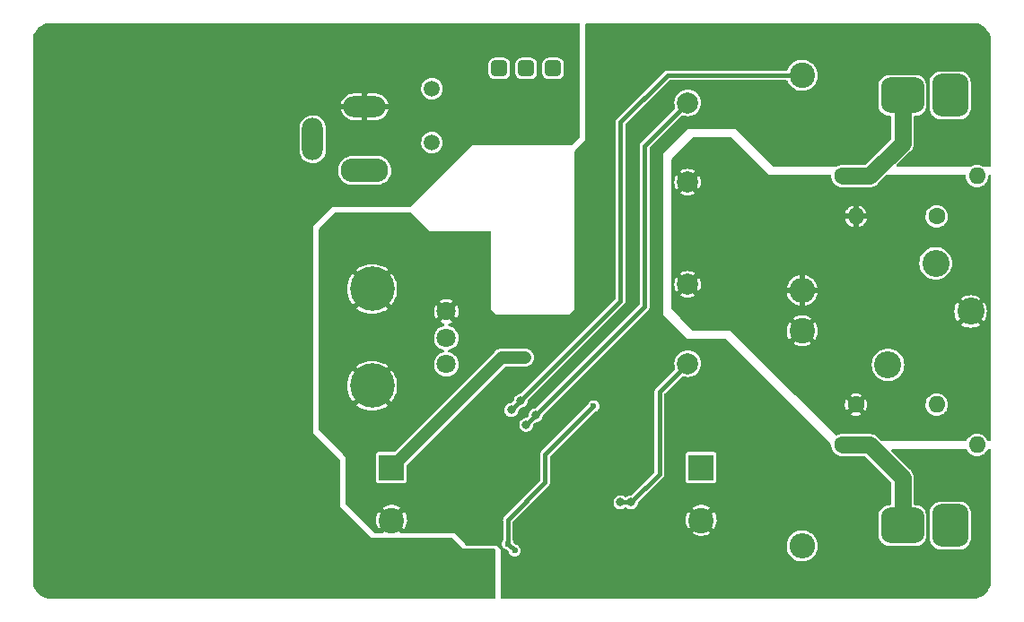
<source format=gbl>
G04 #@! TF.GenerationSoftware,KiCad,Pcbnew,(6.0.9)*
G04 #@! TF.CreationDate,2023-03-06T12:56:01+09:00*
G04 #@! TF.ProjectId,MainBoard,4d61696e-426f-4617-9264-2e6b69636164,rev?*
G04 #@! TF.SameCoordinates,Original*
G04 #@! TF.FileFunction,Copper,L2,Bot*
G04 #@! TF.FilePolarity,Positive*
%FSLAX46Y46*%
G04 Gerber Fmt 4.6, Leading zero omitted, Abs format (unit mm)*
G04 Created by KiCad (PCBNEW (6.0.9)) date 2023-03-06 12:56:01*
%MOMM*%
%LPD*%
G01*
G04 APERTURE LIST*
G04 Aperture macros list*
%AMRoundRect*
0 Rectangle with rounded corners*
0 $1 Rounding radius*
0 $2 $3 $4 $5 $6 $7 $8 $9 X,Y pos of 4 corners*
0 Add a 4 corners polygon primitive as box body*
4,1,4,$2,$3,$4,$5,$6,$7,$8,$9,$2,$3,0*
0 Add four circle primitives for the rounded corners*
1,1,$1+$1,$2,$3*
1,1,$1+$1,$4,$5*
1,1,$1+$1,$6,$7*
1,1,$1+$1,$8,$9*
0 Add four rect primitives between the rounded corners*
20,1,$1+$1,$2,$3,$4,$5,0*
20,1,$1+$1,$4,$5,$6,$7,0*
20,1,$1+$1,$6,$7,$8,$9,0*
20,1,$1+$1,$8,$9,$2,$3,0*%
G04 Aperture macros list end*
G04 #@! TA.AperFunction,ComponentPad*
%ADD10RoundRect,0.840625X0.840625X1.176875X-0.840625X1.176875X-0.840625X-1.176875X0.840625X-1.176875X0*%
G04 #@! TD*
G04 #@! TA.AperFunction,ComponentPad*
%ADD11RoundRect,0.840625X1.176875X0.840625X-1.176875X0.840625X-1.176875X-0.840625X1.176875X-0.840625X0*%
G04 #@! TD*
G04 #@! TA.AperFunction,ComponentPad*
%ADD12C,4.200000*%
G04 #@! TD*
G04 #@! TA.AperFunction,ComponentPad*
%ADD13C,1.800000*%
G04 #@! TD*
G04 #@! TA.AperFunction,ComponentPad*
%ADD14R,2.400000X2.400000*%
G04 #@! TD*
G04 #@! TA.AperFunction,ComponentPad*
%ADD15C,2.400000*%
G04 #@! TD*
G04 #@! TA.AperFunction,ComponentPad*
%ADD16C,1.600000*%
G04 #@! TD*
G04 #@! TA.AperFunction,ComponentPad*
%ADD17O,1.600000X1.600000*%
G04 #@! TD*
G04 #@! TA.AperFunction,ComponentPad*
%ADD18C,1.515000*%
G04 #@! TD*
G04 #@! TA.AperFunction,ComponentPad*
%ADD19O,2.400000X2.400000*%
G04 #@! TD*
G04 #@! TA.AperFunction,ComponentPad*
%ADD20RoundRect,0.381000X-0.381000X-0.381000X0.381000X-0.381000X0.381000X0.381000X-0.381000X0.381000X0*%
G04 #@! TD*
G04 #@! TA.AperFunction,ComponentPad*
%ADD21C,2.000000*%
G04 #@! TD*
G04 #@! TA.AperFunction,ComponentPad*
%ADD22C,2.550000*%
G04 #@! TD*
G04 #@! TA.AperFunction,ComponentPad*
%ADD23O,2.000000X4.000000*%
G04 #@! TD*
G04 #@! TA.AperFunction,ComponentPad*
%ADD24O,4.500000X2.250000*%
G04 #@! TD*
G04 #@! TA.AperFunction,ComponentPad*
%ADD25O,4.000000X2.000000*%
G04 #@! TD*
G04 #@! TA.AperFunction,ViaPad*
%ADD26C,1.200000*%
G04 #@! TD*
G04 #@! TA.AperFunction,ViaPad*
%ADD27C,0.600000*%
G04 #@! TD*
G04 #@! TA.AperFunction,ViaPad*
%ADD28C,0.800000*%
G04 #@! TD*
G04 #@! TA.AperFunction,Conductor*
%ADD29C,1.200000*%
G04 #@! TD*
G04 #@! TA.AperFunction,Conductor*
%ADD30C,0.400000*%
G04 #@! TD*
G04 #@! TA.AperFunction,Conductor*
%ADD31C,1.600000*%
G04 #@! TD*
G04 APERTURE END LIST*
D10*
X156845000Y-97155000D03*
D11*
X152345000Y-97155000D03*
D10*
X156845000Y-137795000D03*
D11*
X152345000Y-137795000D03*
D12*
X102305000Y-115443000D03*
X102305000Y-124587000D03*
D13*
X109305000Y-122555000D03*
X109305000Y-120055000D03*
X109305000Y-117555000D03*
D14*
X104140000Y-132296041D03*
D15*
X104140000Y-137296041D03*
D16*
X147955000Y-126365000D03*
D17*
X155575000Y-126365000D03*
D14*
X133350000Y-132296041D03*
D15*
X133350000Y-137296041D03*
D18*
X107950000Y-101610000D03*
X107950000Y-96510000D03*
D15*
X142875000Y-95250000D03*
D19*
X142875000Y-115570000D03*
D20*
X114300000Y-94615000D03*
X116840000Y-94615000D03*
X119380000Y-94615000D03*
D21*
X132080000Y-97850000D03*
X132080000Y-105350000D03*
D16*
X155575000Y-108585000D03*
D17*
X147955000Y-108585000D03*
D22*
X158775000Y-117557500D03*
X155475000Y-113007500D03*
X150975000Y-122607500D03*
D16*
X146685000Y-130175000D03*
D17*
X159385000Y-130175000D03*
D23*
X96700000Y-101290000D03*
D24*
X101600000Y-104240000D03*
D25*
X101600000Y-98240000D03*
D15*
X142875000Y-119380000D03*
D19*
X142875000Y-139700000D03*
D16*
X146685000Y-104775000D03*
D17*
X159385000Y-104775000D03*
D21*
X132080000Y-122495000D03*
X132080000Y-114995000D03*
D26*
X116716000Y-121920000D03*
X114516041Y-121920000D03*
D27*
X111760000Y-127000000D03*
X139065000Y-137795000D03*
X114858800Y-133705600D03*
X160020000Y-133985000D03*
X125095000Y-98425000D03*
X123444000Y-125349000D03*
X109855000Y-130810000D03*
X122174000Y-125984000D03*
X145161000Y-103124000D03*
X110236000Y-138049000D03*
X160020000Y-93345000D03*
X135255000Y-128905000D03*
X154940000Y-131064000D03*
X98044000Y-114300000D03*
X132080000Y-144145000D03*
X111252000Y-110617000D03*
X149860000Y-144145000D03*
X145415000Y-134620000D03*
X130810000Y-136525000D03*
X130810000Y-93980000D03*
X127000000Y-120015000D03*
X154559000Y-135255000D03*
X144780000Y-144145000D03*
X109601000Y-124714000D03*
X98044000Y-121920000D03*
X154940000Y-144145000D03*
X106553000Y-120015000D03*
X140335000Y-139065000D03*
X124587000Y-115570000D03*
X100330000Y-111125000D03*
X98044000Y-116840000D03*
X122174000Y-111125000D03*
X160020000Y-98425000D03*
X152400000Y-141097000D03*
X124587000Y-113665000D03*
X143256000Y-128778000D03*
X122428000Y-131318000D03*
X122809000Y-133858000D03*
X128905000Y-134620000D03*
X138430000Y-101346000D03*
X157480000Y-93853000D03*
X145034000Y-130556000D03*
X111252000Y-120777000D03*
X126365000Y-140335000D03*
X129540000Y-144145000D03*
X128270000Y-136525000D03*
X111252000Y-116840000D03*
X104140000Y-129540000D03*
X115062000Y-142621000D03*
X130429000Y-130302000D03*
X117094000Y-129540000D03*
X131826000Y-130048000D03*
X115062000Y-141224000D03*
X126111000Y-129413000D03*
X137795000Y-136525000D03*
X111252000Y-114808000D03*
X128905000Y-94615000D03*
X130429000Y-132080000D03*
X139700000Y-90805000D03*
X129032000Y-102362000D03*
X141605000Y-132080000D03*
X159750000Y-143750000D03*
X157480000Y-132334000D03*
X135636000Y-133985000D03*
X101854000Y-136398000D03*
X127000000Y-144145000D03*
X115570000Y-128168400D03*
X137795000Y-128270000D03*
X129540000Y-139065000D03*
X119888000Y-120904000D03*
X125095000Y-90805000D03*
X127000000Y-96520000D03*
X144780000Y-141478000D03*
X129032000Y-108458000D03*
X147955000Y-137795000D03*
X106426000Y-137668000D03*
X102235000Y-120015000D03*
X109220000Y-110617000D03*
X152400000Y-131064000D03*
X114808000Y-125476000D03*
X111379000Y-135382000D03*
X123698000Y-117094000D03*
X138430000Y-93980000D03*
X129540000Y-122555000D03*
X147828000Y-103124000D03*
X119380000Y-144145000D03*
X144780000Y-93472000D03*
X140208000Y-103124000D03*
X135890000Y-93980000D03*
X122174000Y-108585000D03*
X123190000Y-95885000D03*
X108712000Y-133604000D03*
X137922000Y-131826000D03*
X124587000Y-103505000D03*
X108331000Y-138049000D03*
X153035000Y-103251000D03*
X117856000Y-140335000D03*
X125984000Y-93726000D03*
X115062000Y-144145000D03*
X125349000Y-123190000D03*
X139700000Y-97790000D03*
X129032000Y-114554000D03*
X140335000Y-141605000D03*
X144145000Y-99695000D03*
X117754400Y-125984000D03*
X111252000Y-112776000D03*
X160020000Y-139065000D03*
X134620000Y-144145000D03*
X128270000Y-126238000D03*
X122936000Y-120777000D03*
X122428000Y-139446000D03*
X154559000Y-94742000D03*
X122428000Y-140716000D03*
X134620000Y-90805000D03*
X160020000Y-100965000D03*
X155575000Y-103251000D03*
X116459000Y-142621000D03*
X140970000Y-93980000D03*
X100584000Y-133096000D03*
X134239000Y-99568000D03*
X126873000Y-116840000D03*
X115062000Y-123444000D03*
X103378000Y-108966000D03*
X124587000Y-108585000D03*
X144145000Y-97155000D03*
X137160000Y-140335000D03*
X131445000Y-120650000D03*
X122174000Y-113665000D03*
X126873000Y-104648000D03*
X117348000Y-118364000D03*
X109220000Y-129540000D03*
X131826000Y-99568000D03*
X111252000Y-118999000D03*
X125222000Y-134620000D03*
X145415000Y-137795000D03*
X129540000Y-141605000D03*
X160020000Y-132334000D03*
X141478000Y-127000000D03*
X118618000Y-129540000D03*
X106045000Y-125095000D03*
X140970000Y-96266000D03*
X135636000Y-131445000D03*
X105791000Y-127889000D03*
X133350000Y-96266000D03*
X123190000Y-90805000D03*
X101600000Y-129032000D03*
X117348000Y-119380000D03*
X127000000Y-90805000D03*
X114249200Y-134315200D03*
X139446000Y-124968000D03*
X122936000Y-143129000D03*
X130556000Y-96520000D03*
X108712000Y-135128000D03*
X157480000Y-131064000D03*
X137414000Y-122936000D03*
X112141000Y-122047000D03*
X131445000Y-125095000D03*
X114960400Y-136093200D03*
X106045000Y-117475000D03*
X146685000Y-99695000D03*
X99314000Y-129794000D03*
X133985000Y-124460000D03*
X135890000Y-126365000D03*
X126365000Y-142240000D03*
X157480000Y-102870000D03*
X101346000Y-108966000D03*
X107950000Y-130810000D03*
X124460000Y-144145000D03*
X130429000Y-128524000D03*
X122428000Y-129794000D03*
X129032000Y-117602000D03*
X104140000Y-111125000D03*
X135890000Y-136525000D03*
X124587000Y-106045000D03*
X102108000Y-132080000D03*
X144780000Y-90805000D03*
X114249200Y-137871200D03*
X141605000Y-99695000D03*
X123317000Y-123190000D03*
X129032000Y-111506000D03*
X100584000Y-131064000D03*
X147320000Y-144145000D03*
X111379000Y-133858000D03*
X122809000Y-134620000D03*
X121920000Y-144145000D03*
X158750000Y-134958000D03*
X123190000Y-100965000D03*
X122809000Y-135382000D03*
X124587000Y-100965000D03*
X120523000Y-123190000D03*
X117094000Y-144145000D03*
X108712000Y-124079000D03*
X160020000Y-141605000D03*
X121666000Y-122047000D03*
X139700000Y-130175000D03*
X133350000Y-140970000D03*
X129032000Y-105410000D03*
X110617000Y-123698000D03*
X128270000Y-121285000D03*
X106045000Y-122555000D03*
X128270000Y-127762000D03*
X146685000Y-97155000D03*
X126873000Y-107696000D03*
X130429000Y-100965000D03*
X157480000Y-144145000D03*
X154559000Y-99695000D03*
X124333000Y-122174000D03*
X98044000Y-124460000D03*
X126873000Y-100711000D03*
X149860000Y-90805000D03*
X147320000Y-93472000D03*
X107315000Y-126365000D03*
X121031000Y-127381000D03*
X119507000Y-140335000D03*
X118364000Y-143129000D03*
X136906000Y-96266000D03*
X107950000Y-113792000D03*
X160020000Y-102870000D03*
X150495000Y-99695000D03*
X104140000Y-134366000D03*
X133350000Y-127000000D03*
X142240000Y-144145000D03*
X113030000Y-118999000D03*
X115824000Y-120523000D03*
X110490000Y-128905000D03*
X159750000Y-91250000D03*
X118110000Y-128524000D03*
X142240000Y-90805000D03*
X120650000Y-143129000D03*
X122428000Y-138176000D03*
X126873000Y-110744000D03*
X147955000Y-134620000D03*
X138430000Y-133985000D03*
X152400000Y-90805000D03*
X98044000Y-126492000D03*
X98044000Y-119380000D03*
X113030000Y-120777000D03*
X119634000Y-128524000D03*
X137160000Y-90805000D03*
X154559000Y-140208000D03*
X149860000Y-141478000D03*
X107188000Y-110617000D03*
X160020000Y-95885000D03*
X126873000Y-124714000D03*
X125095000Y-118618000D03*
X98044000Y-111760000D03*
X120015000Y-126365000D03*
X158750000Y-99906000D03*
X160020000Y-136525000D03*
X126365000Y-133604000D03*
X128270000Y-132334000D03*
X107188000Y-133604000D03*
X150495000Y-134620000D03*
X110109000Y-134620000D03*
X99314000Y-108966000D03*
X137160000Y-144145000D03*
X154940000Y-90805000D03*
X129540000Y-90805000D03*
X139700000Y-144145000D03*
X140589000Y-135509000D03*
X133350000Y-134366000D03*
X121158000Y-140335000D03*
X157480000Y-90805000D03*
X100584000Y-135128000D03*
X143510000Y-133985000D03*
X123190000Y-98425000D03*
X133350000Y-93980000D03*
X116840000Y-123952000D03*
X105410000Y-108966000D03*
X130175000Y-119380000D03*
X157480000Y-141097000D03*
X126873000Y-113792000D03*
X152400000Y-144145000D03*
X147320000Y-141478000D03*
X132080000Y-90805000D03*
X130810000Y-134620000D03*
X123190000Y-93345000D03*
X98044000Y-110236000D03*
X142748000Y-103124000D03*
X122174000Y-106045000D03*
X149860000Y-93472000D03*
X135382000Y-120904000D03*
X129032000Y-98679000D03*
X152400000Y-93853000D03*
X136652000Y-99568000D03*
X124587000Y-111125000D03*
X98044000Y-128524000D03*
X122174000Y-103505000D03*
X118364000Y-122428000D03*
X142240000Y-137160000D03*
X115773200Y-135331200D03*
X147320000Y-90805000D03*
X128574800Y-130302000D03*
X115760500Y-140144500D03*
X115111000Y-139495000D03*
X123190000Y-126492000D03*
D28*
X117729000Y-127381000D03*
X116840000Y-128270000D03*
D27*
X135890000Y-101600000D03*
X139700000Y-115570000D03*
X147320000Y-123190000D03*
X149860000Y-120650000D03*
X146685000Y-106680000D03*
X147955000Y-128270000D03*
X142240000Y-113030000D03*
X160020000Y-123190000D03*
X160020000Y-125730000D03*
X147320000Y-118110000D03*
X154940000Y-120650000D03*
X137160000Y-107950000D03*
X157480000Y-114300000D03*
X157480000Y-109220000D03*
X140335000Y-122555000D03*
X132842000Y-101600000D03*
X151130000Y-105410000D03*
X156210000Y-105410000D03*
X153670000Y-105410000D03*
X150495000Y-128905000D03*
X145415000Y-127635000D03*
X147320000Y-113030000D03*
X160020000Y-128270000D03*
X142240000Y-105410000D03*
X149860000Y-124460000D03*
X160020000Y-111760000D03*
X131445000Y-117475000D03*
X134620000Y-110490000D03*
X153670000Y-114300000D03*
X160020000Y-120650000D03*
X154940000Y-116840000D03*
X131445000Y-107696000D03*
X131445000Y-112776000D03*
X160020000Y-109220000D03*
X149860000Y-110490000D03*
X144780000Y-110490000D03*
X135255000Y-118745000D03*
X137795000Y-120015000D03*
X142875000Y-125095000D03*
X137160000Y-113030000D03*
X137795000Y-103505000D03*
X157480000Y-125730000D03*
X151130000Y-113030000D03*
X153035000Y-128905000D03*
X134620000Y-105410000D03*
X151130000Y-126365000D03*
X132715000Y-118745000D03*
X152400000Y-120650000D03*
X144780000Y-120650000D03*
X149225000Y-106680000D03*
X160020000Y-114300000D03*
X144780000Y-105410000D03*
X153670000Y-107950000D03*
X152400000Y-118110000D03*
X131572000Y-102870000D03*
X157480000Y-111760000D03*
X160020000Y-106680000D03*
X153670000Y-111760000D03*
X153289000Y-124841000D03*
X139700000Y-110490000D03*
X139700000Y-105410000D03*
X154305000Y-127635000D03*
X155575000Y-128905000D03*
X142240000Y-107950000D03*
X131445000Y-110236000D03*
X134620000Y-115570000D03*
X157480000Y-123190000D03*
X149860000Y-115570000D03*
D28*
X126746000Y-135585200D03*
X125730000Y-135585200D03*
D27*
X89535000Y-104775000D03*
X75565000Y-102235000D03*
X88900000Y-94615000D03*
X75565000Y-99695000D03*
X121285000Y-100965000D03*
X97155000Y-137795000D03*
X111760000Y-90805000D03*
X79375000Y-114935000D03*
X101600000Y-144145000D03*
X111125000Y-101600000D03*
X70866000Y-121920000D03*
X106680000Y-90805000D03*
X108585000Y-104140000D03*
X96520000Y-90805000D03*
X76200000Y-90805000D03*
X98806000Y-135128000D03*
X113665000Y-100965000D03*
X89535000Y-114935000D03*
X106045000Y-97155000D03*
X94615000Y-104140000D03*
X86360000Y-90805000D03*
X86360000Y-114935000D03*
X70866000Y-106680000D03*
X94615000Y-101600000D03*
X70866000Y-99060000D03*
X102616000Y-140944600D03*
X121285000Y-93345000D03*
X91440000Y-90805000D03*
X97282000Y-135128000D03*
X70866000Y-93980000D03*
X97155000Y-107950000D03*
X109220000Y-139319000D03*
X111760000Y-98806000D03*
X70866000Y-111760000D03*
X70866000Y-137160000D03*
X110490000Y-96520000D03*
X70866000Y-104140000D03*
X95885000Y-114300000D03*
X88900000Y-99695000D03*
X86360000Y-144145000D03*
X89535000Y-107315000D03*
X105232200Y-142468600D03*
X113030000Y-144145000D03*
X106680000Y-144145000D03*
X71250000Y-91250000D03*
X111125000Y-144145000D03*
X102641400Y-142468600D03*
X76200000Y-114935000D03*
X99060000Y-90805000D03*
X95885000Y-111760000D03*
X118110000Y-92710000D03*
X101346000Y-139319000D03*
X98679000Y-139192000D03*
X98806000Y-141732000D03*
X107950000Y-99060000D03*
X76200000Y-144145000D03*
X97155000Y-97282000D03*
X98806000Y-133477000D03*
X86360000Y-109855000D03*
X104140000Y-90805000D03*
X86360000Y-102235000D03*
X83185000Y-114935000D03*
X116332000Y-98044000D03*
X115570000Y-96520000D03*
X105283000Y-139319000D03*
X109220000Y-90805000D03*
X107950000Y-93980000D03*
X70866000Y-132080000D03*
X88900000Y-144145000D03*
X89535000Y-112395000D03*
X71250000Y-143750000D03*
X100203000Y-142468600D03*
X70866000Y-114300000D03*
X70866000Y-96520000D03*
X70866000Y-134620000D03*
X94615000Y-106680000D03*
X103505000Y-106680000D03*
X119380000Y-96520000D03*
X76200000Y-97155000D03*
X110998000Y-140462000D03*
X86360000Y-112395000D03*
X104775000Y-94615000D03*
X78740000Y-144145000D03*
X121285000Y-95885000D03*
X89535000Y-109855000D03*
X99949000Y-140462000D03*
X104140000Y-144145000D03*
X76200000Y-109855000D03*
X97282000Y-130556000D03*
X97282000Y-132842000D03*
X86360000Y-104775000D03*
X98806000Y-131826000D03*
X97155000Y-142875000D03*
X70866000Y-109220000D03*
X113030000Y-96520000D03*
X106045000Y-106680000D03*
X105410000Y-140944600D03*
X98298000Y-136271000D03*
X93980000Y-90805000D03*
X120650000Y-90805000D03*
X83820000Y-90805000D03*
X70866000Y-127000000D03*
X108813600Y-141249400D03*
X100965000Y-94615000D03*
X97155000Y-94615000D03*
X107670600Y-142468600D03*
X109220000Y-144145000D03*
X81280000Y-90805000D03*
X81280000Y-144145000D03*
X110490000Y-92710000D03*
X100965000Y-106680000D03*
X70866000Y-119380000D03*
X75565000Y-104775000D03*
X86360000Y-99695000D03*
X86360000Y-107315000D03*
X121285000Y-98425000D03*
X94615000Y-99060000D03*
X83820000Y-144145000D03*
X113030000Y-92710000D03*
X116840000Y-90805000D03*
X76200000Y-112395000D03*
X96520000Y-144145000D03*
X99822000Y-137795000D03*
X70866000Y-101600000D03*
X89535000Y-102235000D03*
X78740000Y-90805000D03*
X70866000Y-139700000D03*
X99695000Y-100965000D03*
X70866000Y-142240000D03*
X70866000Y-124460000D03*
X73660000Y-90805000D03*
X70866000Y-116840000D03*
X76200000Y-94615000D03*
X93980000Y-144145000D03*
X95885000Y-116840000D03*
X115570000Y-92710000D03*
X99060000Y-144145000D03*
X88900000Y-90805000D03*
X95885000Y-109220000D03*
X91440000Y-144145000D03*
X94615000Y-96520000D03*
X97409000Y-104648000D03*
X101600000Y-90805000D03*
X76200000Y-107315000D03*
X98425000Y-106680000D03*
X120142000Y-98044000D03*
X70866000Y-129540000D03*
X114300000Y-90805000D03*
X118745000Y-90805000D03*
X104775000Y-100965000D03*
X88900000Y-97155000D03*
X97155000Y-140335000D03*
X73660000Y-144145000D03*
X102235000Y-100965000D03*
D28*
X115443000Y-126873000D03*
X116332000Y-125984000D03*
D29*
X114516041Y-121920000D02*
X104140000Y-132296041D01*
X116716000Y-121920000D02*
X114516041Y-121920000D01*
D30*
X115111000Y-139495000D02*
X115111000Y-137238000D01*
X115760500Y-140144500D02*
X115111000Y-139495000D01*
X118618000Y-133731000D02*
X118618000Y-132207000D01*
X118618000Y-131064000D02*
X123190000Y-126492000D01*
X115111000Y-137238000D02*
X118618000Y-133731000D01*
X118618000Y-132207000D02*
X118618000Y-131064000D01*
X117729000Y-127381000D02*
X128016000Y-117094000D01*
X116840000Y-128270000D02*
X117729000Y-127381000D01*
X128016000Y-101914000D02*
X132080000Y-97850000D01*
X128016000Y-117094000D02*
X128016000Y-101914000D01*
X125730000Y-135585200D02*
X126746000Y-135585200D01*
X132080000Y-122495000D02*
X129413000Y-125162000D01*
X129413000Y-125162000D02*
X129413000Y-132918200D01*
X129413000Y-132918200D02*
X126746000Y-135585200D01*
X115443000Y-126873000D02*
X116332000Y-125984000D01*
X130175000Y-95250000D02*
X142875000Y-95250000D01*
D31*
X152345000Y-97155000D02*
X152345000Y-101655000D01*
X149225000Y-104775000D02*
X146685000Y-104775000D01*
X152345000Y-101655000D02*
X149225000Y-104775000D01*
D30*
X116332000Y-125984000D02*
X125730000Y-116586000D01*
X125730000Y-116586000D02*
X125730000Y-99695000D01*
X125730000Y-99695000D02*
X130175000Y-95250000D01*
D31*
X152345000Y-137795000D02*
X152345000Y-133295000D01*
X152345000Y-133295000D02*
X149225000Y-130175000D01*
X149225000Y-130175000D02*
X146685000Y-130175000D01*
G04 #@! TA.AperFunction,Conductor*
G36*
X158984563Y-90302414D02*
G01*
X158989145Y-90303222D01*
X159000000Y-90305136D01*
X159010855Y-90303222D01*
X159021878Y-90303222D01*
X159021878Y-90303587D01*
X159034236Y-90302949D01*
X159130210Y-90309813D01*
X159232881Y-90317156D01*
X159250669Y-90319713D01*
X159418867Y-90356303D01*
X159469996Y-90367426D01*
X159487245Y-90372490D01*
X159697560Y-90450933D01*
X159713906Y-90458398D01*
X159910913Y-90565973D01*
X159926033Y-90575690D01*
X160105725Y-90710206D01*
X160119311Y-90721979D01*
X160278021Y-90880689D01*
X160289794Y-90894275D01*
X160424310Y-91073967D01*
X160434027Y-91089087D01*
X160541600Y-91286090D01*
X160549069Y-91302444D01*
X160627510Y-91512756D01*
X160632574Y-91530004D01*
X160674385Y-91722199D01*
X160680286Y-91749327D01*
X160682845Y-91767123D01*
X160697051Y-91965764D01*
X160696413Y-91978122D01*
X160696778Y-91978122D01*
X160696778Y-91989145D01*
X160694864Y-92000000D01*
X160696778Y-92010855D01*
X160697586Y-92015437D01*
X160699500Y-92037317D01*
X160699500Y-103760000D01*
X160679498Y-103828121D01*
X160625842Y-103874614D01*
X160573500Y-103886000D01*
X159989894Y-103886000D01*
X159929966Y-103870836D01*
X159801035Y-103801124D01*
X159801033Y-103801123D01*
X159795612Y-103798192D01*
X159598063Y-103737040D01*
X159591938Y-103736396D01*
X159591937Y-103736396D01*
X159398526Y-103716068D01*
X159398524Y-103716068D01*
X159392397Y-103715424D01*
X159285204Y-103725179D01*
X159192591Y-103733607D01*
X159192590Y-103733607D01*
X159186450Y-103734166D01*
X158988066Y-103792554D01*
X158982601Y-103795411D01*
X158836747Y-103871662D01*
X158778372Y-103886000D01*
X151909478Y-103886000D01*
X151841357Y-103865998D01*
X151794864Y-103812342D01*
X151784760Y-103742068D01*
X151814254Y-103677488D01*
X151820383Y-103670905D01*
X153045133Y-102446155D01*
X153055276Y-102437053D01*
X153081565Y-102415916D01*
X153086365Y-102412057D01*
X153120069Y-102371890D01*
X153123251Y-102368242D01*
X153125246Y-102366042D01*
X153127437Y-102363851D01*
X153155980Y-102329102D01*
X153156675Y-102328264D01*
X153219292Y-102253640D01*
X153221978Y-102248755D01*
X153225512Y-102244452D01*
X153271401Y-102158869D01*
X153272031Y-102157708D01*
X153311272Y-102086329D01*
X153318918Y-102072422D01*
X153320604Y-102067106D01*
X153323235Y-102062200D01*
X153351640Y-101969292D01*
X153352032Y-101968033D01*
X153379581Y-101881185D01*
X153381447Y-101875304D01*
X153382068Y-101869765D01*
X153383697Y-101864438D01*
X153393530Y-101767644D01*
X153393649Y-101766528D01*
X153399500Y-101714360D01*
X153399500Y-101710834D01*
X153399585Y-101709312D01*
X153400034Y-101703605D01*
X153400704Y-101697017D01*
X153404596Y-101658699D01*
X153400059Y-101610704D01*
X153399500Y-101598846D01*
X153399500Y-99216749D01*
X153419502Y-99148628D01*
X153473158Y-99102135D01*
X153525500Y-99090749D01*
X153605710Y-99090749D01*
X153607647Y-99090629D01*
X153607657Y-99090629D01*
X153638258Y-99088738D01*
X153654038Y-99087763D01*
X153658771Y-99086727D01*
X153658776Y-99086726D01*
X153852310Y-99044352D01*
X153852315Y-99044350D01*
X153858172Y-99043068D01*
X153871498Y-99037343D01*
X154044667Y-98962944D01*
X154050172Y-98960579D01*
X154055125Y-98957219D01*
X154055129Y-98957217D01*
X154218150Y-98846635D01*
X154218151Y-98846634D01*
X154223109Y-98843271D01*
X154370744Y-98695378D01*
X154374103Y-98690408D01*
X154484389Y-98527210D01*
X154484392Y-98527205D01*
X154487749Y-98522237D01*
X154569904Y-98330094D01*
X154600591Y-98188754D01*
X154613208Y-98130645D01*
X154613208Y-98130643D01*
X154614242Y-98125882D01*
X154614856Y-98115553D01*
X154616890Y-98081317D01*
X154616890Y-98081308D01*
X154617000Y-98079461D01*
X154616999Y-96230540D01*
X154614013Y-96182212D01*
X154601383Y-96124526D01*
X154570602Y-95983940D01*
X154570600Y-95983935D01*
X154569318Y-95978078D01*
X154533320Y-95894289D01*
X154909250Y-95894289D01*
X154909251Y-98415710D01*
X154912237Y-98464038D01*
X154913273Y-98468771D01*
X154913274Y-98468776D01*
X154955648Y-98662310D01*
X154955650Y-98662315D01*
X154956932Y-98668172D01*
X154959300Y-98673683D01*
X154959300Y-98673684D01*
X154969257Y-98696859D01*
X155039421Y-98860172D01*
X155042781Y-98865125D01*
X155042783Y-98865129D01*
X155107530Y-98960579D01*
X155156729Y-99033109D01*
X155304622Y-99180744D01*
X155309589Y-99184101D01*
X155309592Y-99184103D01*
X155472790Y-99294389D01*
X155472795Y-99294392D01*
X155477763Y-99297749D01*
X155669906Y-99379904D01*
X155675766Y-99381176D01*
X155675765Y-99381176D01*
X155869355Y-99423208D01*
X155869357Y-99423208D01*
X155874118Y-99424242D01*
X155884447Y-99424856D01*
X155918683Y-99426890D01*
X155918692Y-99426890D01*
X155920539Y-99427000D01*
X156822641Y-99427000D01*
X157769460Y-99426999D01*
X157771397Y-99426879D01*
X157771407Y-99426879D01*
X157801988Y-99424989D01*
X157817788Y-99424013D01*
X157822521Y-99422977D01*
X157822526Y-99422976D01*
X158016060Y-99380602D01*
X158016065Y-99380600D01*
X158021922Y-99379318D01*
X158061566Y-99362286D01*
X158150293Y-99324166D01*
X158213922Y-99296829D01*
X158218875Y-99293469D01*
X158218879Y-99293467D01*
X158381900Y-99182885D01*
X158381901Y-99182884D01*
X158386859Y-99179521D01*
X158534494Y-99031628D01*
X158538037Y-99026385D01*
X158648139Y-98863460D01*
X158648142Y-98863455D01*
X158651499Y-98858487D01*
X158733654Y-98666344D01*
X158769615Y-98500715D01*
X158776958Y-98466895D01*
X158776958Y-98466893D01*
X158777992Y-98462132D01*
X158780198Y-98425000D01*
X158780640Y-98417567D01*
X158780640Y-98417558D01*
X158780750Y-98415711D01*
X158780749Y-95894290D01*
X158777763Y-95845962D01*
X158766268Y-95793460D01*
X158734352Y-95647690D01*
X158734350Y-95647685D01*
X158733068Y-95641828D01*
X158721380Y-95614622D01*
X158652944Y-95455333D01*
X158650579Y-95449828D01*
X158584126Y-95351861D01*
X158536635Y-95281850D01*
X158536634Y-95281849D01*
X158533271Y-95276891D01*
X158385378Y-95129256D01*
X158380411Y-95125899D01*
X158380408Y-95125897D01*
X158217210Y-95015611D01*
X158217205Y-95015608D01*
X158212237Y-95012251D01*
X158020094Y-94930096D01*
X157856800Y-94894642D01*
X157820645Y-94886792D01*
X157820643Y-94886792D01*
X157815882Y-94885758D01*
X157805553Y-94885144D01*
X157771317Y-94883110D01*
X157771308Y-94883110D01*
X157769461Y-94883000D01*
X156867359Y-94883000D01*
X155920540Y-94883001D01*
X155918603Y-94883121D01*
X155918593Y-94883121D01*
X155888012Y-94885011D01*
X155872212Y-94885987D01*
X155867479Y-94887023D01*
X155867474Y-94887024D01*
X155673940Y-94929398D01*
X155673935Y-94929400D01*
X155668078Y-94930682D01*
X155476078Y-95013171D01*
X155471125Y-95016531D01*
X155471121Y-95016533D01*
X155349024Y-95099355D01*
X155303141Y-95130479D01*
X155155506Y-95278372D01*
X155152149Y-95283339D01*
X155152147Y-95283342D01*
X155041861Y-95446540D01*
X155041858Y-95446545D01*
X155038501Y-95451513D01*
X154956346Y-95643656D01*
X154951288Y-95666954D01*
X154913451Y-95841224D01*
X154912008Y-95847868D01*
X154911719Y-95852733D01*
X154909366Y-95892343D01*
X154909250Y-95894289D01*
X154533320Y-95894289D01*
X154486829Y-95786078D01*
X154445061Y-95724502D01*
X154372885Y-95618100D01*
X154372884Y-95618099D01*
X154369521Y-95613141D01*
X154221628Y-95465506D01*
X154216661Y-95462149D01*
X154216658Y-95462147D01*
X154053460Y-95351861D01*
X154053455Y-95351858D01*
X154048487Y-95348501D01*
X153856344Y-95266346D01*
X153765610Y-95246646D01*
X153656895Y-95223042D01*
X153656893Y-95223042D01*
X153652132Y-95222008D01*
X153641803Y-95221394D01*
X153607567Y-95219360D01*
X153607558Y-95219360D01*
X153605711Y-95219250D01*
X152375491Y-95219250D01*
X151084290Y-95219251D01*
X151082353Y-95219371D01*
X151082343Y-95219371D01*
X151051762Y-95221261D01*
X151035962Y-95222237D01*
X151031229Y-95223273D01*
X151031224Y-95223274D01*
X150837690Y-95265648D01*
X150837685Y-95265650D01*
X150831828Y-95266932D01*
X150826317Y-95269300D01*
X150826316Y-95269300D01*
X150805200Y-95278372D01*
X150639828Y-95349421D01*
X150634875Y-95352781D01*
X150634871Y-95352783D01*
X150483691Y-95455333D01*
X150466891Y-95466729D01*
X150319256Y-95614622D01*
X150315899Y-95619589D01*
X150315897Y-95619592D01*
X150205611Y-95782790D01*
X150205608Y-95782795D01*
X150202251Y-95787763D01*
X150120096Y-95979906D01*
X150118824Y-95985765D01*
X150077201Y-96177474D01*
X150075758Y-96184118D01*
X150075469Y-96188983D01*
X150073116Y-96228593D01*
X150073000Y-96230539D01*
X150073001Y-98079460D01*
X150075987Y-98127788D01*
X150077023Y-98132521D01*
X150077024Y-98132526D01*
X150119398Y-98326060D01*
X150119400Y-98326065D01*
X150120682Y-98331922D01*
X150203171Y-98523922D01*
X150206531Y-98528875D01*
X150206533Y-98528879D01*
X150299780Y-98666344D01*
X150320479Y-98696859D01*
X150468372Y-98844494D01*
X150473339Y-98847851D01*
X150473342Y-98847853D01*
X150636540Y-98958139D01*
X150636545Y-98958142D01*
X150641513Y-98961499D01*
X150833656Y-99043654D01*
X150839516Y-99044926D01*
X150839515Y-99044926D01*
X151033105Y-99086958D01*
X151033107Y-99086958D01*
X151037868Y-99087992D01*
X151048197Y-99088606D01*
X151082433Y-99090640D01*
X151082442Y-99090640D01*
X151084289Y-99090750D01*
X151164500Y-99090750D01*
X151232621Y-99110752D01*
X151279114Y-99164408D01*
X151290500Y-99216750D01*
X151290500Y-101166022D01*
X151270498Y-101234143D01*
X151253595Y-101255117D01*
X148825116Y-103683595D01*
X148762804Y-103717621D01*
X148736021Y-103720500D01*
X146747298Y-103720500D01*
X146734128Y-103719810D01*
X146698526Y-103716068D01*
X146698524Y-103716068D01*
X146692397Y-103715424D01*
X146639915Y-103720200D01*
X146635630Y-103720500D01*
X146632966Y-103720500D01*
X146629907Y-103720800D01*
X146629886Y-103720801D01*
X146586101Y-103725095D01*
X146585529Y-103725150D01*
X146486450Y-103734166D01*
X146482883Y-103735216D01*
X146479189Y-103735578D01*
X146473292Y-103737358D01*
X146473284Y-103737360D01*
X146384147Y-103764272D01*
X146383312Y-103764521D01*
X146288066Y-103792554D01*
X146284774Y-103794275D01*
X146281217Y-103795349D01*
X146275777Y-103798242D01*
X146275771Y-103798244D01*
X146193557Y-103841958D01*
X146192780Y-103842368D01*
X146136749Y-103871661D01*
X146078373Y-103886000D01*
X140260190Y-103886000D01*
X140192069Y-103865998D01*
X140171095Y-103849095D01*
X136652000Y-100330000D01*
X132080000Y-100330000D01*
X129794000Y-102616000D01*
X129794000Y-117856000D01*
X132080000Y-120142000D01*
X135583810Y-120142000D01*
X135651931Y-120162002D01*
X135672905Y-120178905D01*
X145589550Y-130095550D01*
X145623576Y-130157862D01*
X145625934Y-130173208D01*
X145634420Y-130266450D01*
X145634496Y-130267324D01*
X145642806Y-130366278D01*
X145643829Y-130369845D01*
X145644166Y-130373550D01*
X145645906Y-130379461D01*
X145645907Y-130379468D01*
X145672235Y-130468923D01*
X145672476Y-130469752D01*
X145699807Y-130565066D01*
X145701505Y-130568370D01*
X145702554Y-130571934D01*
X145705407Y-130577391D01*
X145705408Y-130577394D01*
X145748565Y-130659945D01*
X145748969Y-130660725D01*
X145791515Y-130743509D01*
X145794334Y-130748995D01*
X145796642Y-130751907D01*
X145798363Y-130755199D01*
X145835441Y-130801314D01*
X145860541Y-130832532D01*
X145861089Y-130833219D01*
X145918961Y-130906236D01*
X145918965Y-130906241D01*
X145922786Y-130911061D01*
X145925613Y-130913467D01*
X145927943Y-130916365D01*
X145932667Y-130920329D01*
X145932670Y-130920332D01*
X146004063Y-130980237D01*
X146004669Y-130980748D01*
X146080271Y-131045091D01*
X146083512Y-131046903D01*
X146086360Y-131049292D01*
X146128450Y-131072431D01*
X146173408Y-131097147D01*
X146174178Y-131097574D01*
X146260789Y-131145980D01*
X146264322Y-131147128D01*
X146267578Y-131148918D01*
X146273451Y-131150781D01*
X146273458Y-131150784D01*
X146362244Y-131178948D01*
X146363034Y-131179202D01*
X146393629Y-131189142D01*
X146451608Y-131207981D01*
X146451611Y-131207982D01*
X146457466Y-131209884D01*
X146461156Y-131210324D01*
X146464696Y-131211447D01*
X146470815Y-131212133D01*
X146470818Y-131212134D01*
X146544374Y-131220385D01*
X146563326Y-131222510D01*
X146564178Y-131222609D01*
X146662809Y-131234370D01*
X146668944Y-131233898D01*
X146668946Y-131233898D01*
X146721277Y-131229871D01*
X146730944Y-131229500D01*
X148736022Y-131229500D01*
X148804143Y-131249502D01*
X148825117Y-131266405D01*
X151253595Y-133694883D01*
X151287621Y-133757195D01*
X151290500Y-133783978D01*
X151290500Y-135733251D01*
X151270498Y-135801372D01*
X151216842Y-135847865D01*
X151164500Y-135859251D01*
X151084290Y-135859251D01*
X151082353Y-135859371D01*
X151082343Y-135859371D01*
X151051762Y-135861261D01*
X151035962Y-135862237D01*
X151031229Y-135863273D01*
X151031224Y-135863274D01*
X150837690Y-135905648D01*
X150837685Y-135905650D01*
X150831828Y-135906932D01*
X150826317Y-135909300D01*
X150826316Y-135909300D01*
X150805200Y-135918372D01*
X150639828Y-135989421D01*
X150634875Y-135992781D01*
X150634871Y-135992783D01*
X150489247Y-136091564D01*
X150466891Y-136106729D01*
X150319256Y-136254622D01*
X150315899Y-136259589D01*
X150315897Y-136259592D01*
X150205611Y-136422790D01*
X150205608Y-136422795D01*
X150202251Y-136427763D01*
X150120096Y-136619906D01*
X150118824Y-136625765D01*
X150077201Y-136817474D01*
X150075758Y-136824118D01*
X150075469Y-136828983D01*
X150073116Y-136868593D01*
X150073000Y-136870539D01*
X150073001Y-138719460D01*
X150073121Y-138721397D01*
X150073121Y-138721407D01*
X150073269Y-138723799D01*
X150075987Y-138767788D01*
X150077023Y-138772521D01*
X150077024Y-138772526D01*
X150119398Y-138966060D01*
X150119400Y-138966065D01*
X150120682Y-138971922D01*
X150123050Y-138977433D01*
X150123050Y-138977434D01*
X150139214Y-139015056D01*
X150203171Y-139163922D01*
X150206531Y-139168875D01*
X150206533Y-139168879D01*
X150251161Y-139234670D01*
X150320479Y-139336859D01*
X150468372Y-139484494D01*
X150473339Y-139487851D01*
X150473342Y-139487853D01*
X150636540Y-139598139D01*
X150636545Y-139598142D01*
X150641513Y-139601499D01*
X150833656Y-139683654D01*
X150839516Y-139684926D01*
X150839515Y-139684926D01*
X151033105Y-139726958D01*
X151033107Y-139726958D01*
X151037868Y-139727992D01*
X151048197Y-139728606D01*
X151082433Y-139730640D01*
X151082442Y-139730640D01*
X151084289Y-139730750D01*
X152314509Y-139730750D01*
X153605710Y-139730749D01*
X153607647Y-139730629D01*
X153607657Y-139730629D01*
X153638238Y-139728739D01*
X153654038Y-139727763D01*
X153658771Y-139726727D01*
X153658776Y-139726726D01*
X153852310Y-139684352D01*
X153852315Y-139684350D01*
X153858172Y-139683068D01*
X153871498Y-139677343D01*
X153958989Y-139639754D01*
X154050172Y-139600579D01*
X154055125Y-139597219D01*
X154055129Y-139597217D01*
X154218150Y-139486635D01*
X154218151Y-139486634D01*
X154223109Y-139483271D01*
X154370744Y-139335378D01*
X154381812Y-139319000D01*
X154484389Y-139167210D01*
X154484392Y-139167205D01*
X154487749Y-139162237D01*
X154569904Y-138970094D01*
X154611659Y-138777779D01*
X154613208Y-138770645D01*
X154613208Y-138770643D01*
X154614242Y-138765882D01*
X154615558Y-138743728D01*
X154616890Y-138721317D01*
X154616890Y-138721308D01*
X154617000Y-138719461D01*
X154616999Y-136870540D01*
X154614013Y-136822212D01*
X154611608Y-136811228D01*
X154570602Y-136623940D01*
X154570600Y-136623935D01*
X154569318Y-136618078D01*
X154533320Y-136534289D01*
X154909250Y-136534289D01*
X154909251Y-139055710D01*
X154912237Y-139104038D01*
X154913273Y-139108771D01*
X154913274Y-139108776D01*
X154955648Y-139302310D01*
X154955650Y-139302315D01*
X154956932Y-139308172D01*
X154959300Y-139313683D01*
X154959300Y-139313684D01*
X154969212Y-139336754D01*
X155039421Y-139500172D01*
X155042781Y-139505125D01*
X155042783Y-139505129D01*
X155147300Y-139659209D01*
X155156729Y-139673109D01*
X155304622Y-139820744D01*
X155309589Y-139824101D01*
X155309592Y-139824103D01*
X155472790Y-139934389D01*
X155472795Y-139934392D01*
X155477763Y-139937749D01*
X155669906Y-140019904D01*
X155675766Y-140021176D01*
X155675765Y-140021176D01*
X155869355Y-140063208D01*
X155869357Y-140063208D01*
X155874118Y-140064242D01*
X155883072Y-140064774D01*
X155918683Y-140066890D01*
X155918692Y-140066890D01*
X155920539Y-140067000D01*
X156822641Y-140067000D01*
X157769460Y-140066999D01*
X157771397Y-140066879D01*
X157771407Y-140066879D01*
X157805471Y-140064774D01*
X157817788Y-140064013D01*
X157822521Y-140062977D01*
X157822526Y-140062976D01*
X158016060Y-140020602D01*
X158016065Y-140020600D01*
X158021922Y-140019318D01*
X158047277Y-140008425D01*
X158206290Y-139940108D01*
X158213922Y-139936829D01*
X158218875Y-139933469D01*
X158218879Y-139933467D01*
X158381900Y-139822885D01*
X158381901Y-139822884D01*
X158386859Y-139819521D01*
X158534494Y-139671628D01*
X158537853Y-139666658D01*
X158648139Y-139503460D01*
X158648142Y-139503455D01*
X158651499Y-139498487D01*
X158733654Y-139306344D01*
X158756585Y-139200728D01*
X158776958Y-139106895D01*
X158776958Y-139106893D01*
X158777992Y-139102132D01*
X158778606Y-139091803D01*
X158780640Y-139057567D01*
X158780640Y-139057558D01*
X158780750Y-139055711D01*
X158780749Y-136534290D01*
X158777763Y-136485962D01*
X158773964Y-136468609D01*
X158734352Y-136287690D01*
X158734350Y-136287685D01*
X158733068Y-136281828D01*
X158721380Y-136254622D01*
X158666225Y-136126246D01*
X158650579Y-136089828D01*
X158646646Y-136084029D01*
X158536635Y-135921850D01*
X158536634Y-135921849D01*
X158533271Y-135916891D01*
X158385378Y-135769256D01*
X158380411Y-135765899D01*
X158380408Y-135765897D01*
X158217210Y-135655611D01*
X158217205Y-135655608D01*
X158212237Y-135652251D01*
X158020094Y-135570096D01*
X157885066Y-135540779D01*
X157820645Y-135526792D01*
X157820643Y-135526792D01*
X157815882Y-135525758D01*
X157805553Y-135525144D01*
X157771317Y-135523110D01*
X157771308Y-135523110D01*
X157769461Y-135523000D01*
X156867359Y-135523000D01*
X155920540Y-135523001D01*
X155918603Y-135523121D01*
X155918593Y-135523121D01*
X155888012Y-135525011D01*
X155872212Y-135525987D01*
X155867479Y-135527023D01*
X155867474Y-135527024D01*
X155673940Y-135569398D01*
X155673935Y-135569400D01*
X155668078Y-135570682D01*
X155662567Y-135573050D01*
X155662566Y-135573050D01*
X155602149Y-135599007D01*
X155476078Y-135653171D01*
X155471125Y-135656531D01*
X155471121Y-135656533D01*
X155314321Y-135762895D01*
X155303141Y-135770479D01*
X155155506Y-135918372D01*
X155152149Y-135923339D01*
X155152147Y-135923342D01*
X155041861Y-136086540D01*
X155041858Y-136086545D01*
X155038501Y-136091513D01*
X155036142Y-136097029D01*
X155036142Y-136097030D01*
X155032518Y-136105506D01*
X154956346Y-136283656D01*
X154955074Y-136289515D01*
X154913451Y-136481224D01*
X154912008Y-136487868D01*
X154911719Y-136492733D01*
X154909366Y-136532343D01*
X154909250Y-136534289D01*
X154533320Y-136534289D01*
X154486829Y-136426078D01*
X154369521Y-136253141D01*
X154221628Y-136105506D01*
X154216661Y-136102149D01*
X154216658Y-136102147D01*
X154053460Y-135991861D01*
X154053455Y-135991858D01*
X154048487Y-135988501D01*
X153856344Y-135906346D01*
X153727561Y-135878385D01*
X153656895Y-135863042D01*
X153656893Y-135863042D01*
X153652132Y-135862008D01*
X153641803Y-135861394D01*
X153607567Y-135859360D01*
X153607558Y-135859360D01*
X153605711Y-135859250D01*
X153525500Y-135859250D01*
X153457379Y-135839248D01*
X153410886Y-135785592D01*
X153399500Y-135733250D01*
X153399500Y-133359349D01*
X153400237Y-133345741D01*
X153403879Y-133312220D01*
X153403879Y-133312217D01*
X153404544Y-133306096D01*
X153400857Y-133263949D01*
X153399976Y-133253881D01*
X153399647Y-133249055D01*
X153399500Y-133246050D01*
X153399500Y-133242966D01*
X153395109Y-133198176D01*
X153394988Y-133196865D01*
X153392904Y-133173044D01*
X153386520Y-133100084D01*
X153384966Y-133094734D01*
X153384422Y-133089189D01*
X153356329Y-132996140D01*
X153355954Y-132994875D01*
X153353595Y-132986754D01*
X153328826Y-132901498D01*
X153326261Y-132896550D01*
X153324651Y-132891217D01*
X153278969Y-132805301D01*
X153278406Y-132804228D01*
X153236495Y-132723375D01*
X153233657Y-132717900D01*
X153230182Y-132713547D01*
X153227565Y-132708625D01*
X153166150Y-132633322D01*
X153165322Y-132632296D01*
X153134823Y-132594091D01*
X153134814Y-132594081D01*
X153132618Y-132591330D01*
X153130122Y-132588834D01*
X153129124Y-132587718D01*
X153125404Y-132583362D01*
X153100762Y-132553148D01*
X153100759Y-132553145D01*
X153096863Y-132548368D01*
X153059712Y-132517634D01*
X153050933Y-132509645D01*
X151312384Y-130771095D01*
X151278358Y-130708783D01*
X151283423Y-130637967D01*
X151325970Y-130581132D01*
X151392490Y-130556321D01*
X151401479Y-130556000D01*
X158318238Y-130556000D01*
X158386359Y-130576002D01*
X158430304Y-130624406D01*
X158491514Y-130743509D01*
X158491516Y-130743512D01*
X158494334Y-130748995D01*
X158622786Y-130911061D01*
X158627479Y-130915055D01*
X158627480Y-130915056D01*
X158725842Y-130998768D01*
X158780271Y-131045091D01*
X158960789Y-131145980D01*
X159157466Y-131209884D01*
X159362809Y-131234370D01*
X159368944Y-131233898D01*
X159368946Y-131233898D01*
X159562856Y-131218977D01*
X159562860Y-131218976D01*
X159568998Y-131218504D01*
X159768178Y-131162892D01*
X159773682Y-131160112D01*
X159773684Y-131160111D01*
X159947262Y-131072431D01*
X159947264Y-131072430D01*
X159952763Y-131069652D01*
X160115722Y-130942334D01*
X160119748Y-130937670D01*
X160119751Y-130937667D01*
X160246819Y-130790457D01*
X160246820Y-130790455D01*
X160250848Y-130785789D01*
X160322338Y-130659945D01*
X160345165Y-130619763D01*
X160396205Y-130570412D01*
X160454721Y-130556000D01*
X160573500Y-130556000D01*
X160641621Y-130576002D01*
X160688114Y-130629658D01*
X160699500Y-130682000D01*
X160699500Y-142962683D01*
X160697586Y-142984563D01*
X160694864Y-143000000D01*
X160696778Y-143010855D01*
X160696778Y-143021878D01*
X160696413Y-143021878D01*
X160697051Y-143034236D01*
X160682845Y-143232877D01*
X160680287Y-143250669D01*
X160656643Y-143359355D01*
X160632574Y-143469996D01*
X160627510Y-143487244D01*
X160549069Y-143697556D01*
X160541600Y-143713910D01*
X160434029Y-143910910D01*
X160424310Y-143926033D01*
X160289794Y-144105725D01*
X160278021Y-144119311D01*
X160119311Y-144278021D01*
X160105725Y-144289794D01*
X159926033Y-144424310D01*
X159910913Y-144434027D01*
X159713906Y-144541602D01*
X159697560Y-144549067D01*
X159527627Y-144612448D01*
X159487244Y-144627510D01*
X159469995Y-144632574D01*
X159250669Y-144680287D01*
X159232881Y-144682844D01*
X159130210Y-144690187D01*
X159034236Y-144697051D01*
X159021878Y-144696413D01*
X159021878Y-144696778D01*
X159010855Y-144696778D01*
X159000000Y-144694864D01*
X158989145Y-144696778D01*
X158984563Y-144697586D01*
X158962683Y-144699500D01*
X114553000Y-144699500D01*
X114484879Y-144679498D01*
X114438386Y-144625842D01*
X114427000Y-144573500D01*
X114427000Y-140081000D01*
X114046000Y-139700000D01*
X111304190Y-139700000D01*
X111236069Y-139679998D01*
X111215095Y-139663095D01*
X111047000Y-139495000D01*
X114551715Y-139495000D01*
X114554841Y-139518745D01*
X114565736Y-139601499D01*
X114570772Y-139639754D01*
X114583975Y-139671628D01*
X114608419Y-139730640D01*
X114626645Y-139774642D01*
X114715526Y-139890474D01*
X114722076Y-139895500D01*
X114722079Y-139895503D01*
X114824804Y-139974327D01*
X114831357Y-139979355D01*
X114966246Y-140035228D01*
X114974434Y-140036306D01*
X114982410Y-140038443D01*
X114981931Y-140040232D01*
X115037398Y-140064774D01*
X115045114Y-140071874D01*
X115183626Y-140210386D01*
X115217652Y-140272698D01*
X115218955Y-140280175D01*
X115219194Y-140281068D01*
X115220272Y-140289254D01*
X115223429Y-140296876D01*
X115223430Y-140296879D01*
X115246782Y-140353254D01*
X115276145Y-140424142D01*
X115365026Y-140539974D01*
X115371576Y-140545000D01*
X115371579Y-140545003D01*
X115462334Y-140614642D01*
X115480857Y-140628855D01*
X115615746Y-140684728D01*
X115760500Y-140703785D01*
X115768688Y-140702707D01*
X115897066Y-140685806D01*
X115905254Y-140684728D01*
X116040143Y-140628855D01*
X116058666Y-140614642D01*
X116149421Y-140545003D01*
X116149424Y-140545000D01*
X116155974Y-140539974D01*
X116244855Y-140424142D01*
X116300728Y-140289254D01*
X116301924Y-140280175D01*
X116318707Y-140152688D01*
X116319785Y-140144500D01*
X116309052Y-140062976D01*
X116301806Y-140007932D01*
X116301805Y-140007930D01*
X116300728Y-139999746D01*
X116244855Y-139864858D01*
X116175611Y-139774617D01*
X116161001Y-139755577D01*
X116161000Y-139755576D01*
X116155974Y-139749026D01*
X116149424Y-139744000D01*
X116149421Y-139743997D01*
X116046696Y-139665173D01*
X116046694Y-139665172D01*
X116045612Y-139664342D01*
X141415951Y-139664342D01*
X141416248Y-139669494D01*
X141416248Y-139669498D01*
X141423966Y-139803355D01*
X141429719Y-139903121D01*
X141430856Y-139908167D01*
X141430857Y-139908173D01*
X141460215Y-140038443D01*
X141482301Y-140136446D01*
X141572284Y-140358049D01*
X141697254Y-140561980D01*
X141853852Y-140742762D01*
X142037874Y-140895540D01*
X142042326Y-140898142D01*
X142042331Y-140898145D01*
X142164882Y-140969758D01*
X142244377Y-141016211D01*
X142467817Y-141101534D01*
X142472883Y-141102565D01*
X142472884Y-141102565D01*
X142483113Y-141104646D01*
X142702191Y-141149218D01*
X142836499Y-141154143D01*
X142936043Y-141157794D01*
X142936048Y-141157794D01*
X142941207Y-141157983D01*
X142946327Y-141157327D01*
X142946329Y-141157327D01*
X143173316Y-141128249D01*
X143173317Y-141128249D01*
X143178444Y-141127592D01*
X143254927Y-141104646D01*
X143402577Y-141060349D01*
X143402582Y-141060347D01*
X143407532Y-141058862D01*
X143622319Y-140953639D01*
X143626524Y-140950639D01*
X143626530Y-140950636D01*
X143812832Y-140817748D01*
X143812834Y-140817746D01*
X143817036Y-140814749D01*
X143986454Y-140645921D01*
X143996447Y-140632015D01*
X144014598Y-140606754D01*
X144126023Y-140451690D01*
X144136401Y-140430693D01*
X144229701Y-140241914D01*
X144229702Y-140241912D01*
X144231995Y-140237272D01*
X144297824Y-140020602D01*
X144300022Y-140013369D01*
X144300022Y-140013368D01*
X144301524Y-140008425D01*
X144317915Y-139883923D01*
X144332306Y-139774617D01*
X144332306Y-139774613D01*
X144332743Y-139771296D01*
X144333734Y-139730749D01*
X144334403Y-139703365D01*
X144334403Y-139703361D01*
X144334485Y-139700000D01*
X144314887Y-139461628D01*
X144256620Y-139229658D01*
X144180179Y-139053855D01*
X144163309Y-139015056D01*
X144163307Y-139015053D01*
X144161249Y-139010319D01*
X144031335Y-138809502D01*
X144002470Y-138777779D01*
X143873844Y-138636422D01*
X143873842Y-138636421D01*
X143870366Y-138632600D01*
X143866315Y-138629401D01*
X143866311Y-138629397D01*
X143727910Y-138520095D01*
X143682667Y-138484364D01*
X143473277Y-138368774D01*
X143247819Y-138288936D01*
X143199046Y-138280248D01*
X143017438Y-138247898D01*
X143017434Y-138247898D01*
X143012350Y-138246992D01*
X142928548Y-138245968D01*
X142778360Y-138244133D01*
X142778358Y-138244133D01*
X142773191Y-138244070D01*
X142614680Y-138268326D01*
X142541876Y-138279466D01*
X142541874Y-138279467D01*
X142536767Y-138280248D01*
X142504906Y-138290662D01*
X142314340Y-138352949D01*
X142314338Y-138352950D01*
X142309427Y-138354555D01*
X142097275Y-138464994D01*
X142093142Y-138468097D01*
X142093139Y-138468099D01*
X141910145Y-138605495D01*
X141906010Y-138608600D01*
X141902438Y-138612338D01*
X141751156Y-138770645D01*
X141740767Y-138781516D01*
X141605985Y-138979099D01*
X141571328Y-139053762D01*
X141517893Y-139168879D01*
X141505284Y-139196042D01*
X141441366Y-139426520D01*
X141440817Y-139431654D01*
X141440817Y-139431656D01*
X141437614Y-139461628D01*
X141415951Y-139664342D01*
X116045612Y-139664342D01*
X116040143Y-139660145D01*
X115905254Y-139604272D01*
X115897066Y-139603194D01*
X115889090Y-139601057D01*
X115889569Y-139599268D01*
X115834102Y-139574726D01*
X115826386Y-139567626D01*
X115687874Y-139429114D01*
X115653848Y-139366802D01*
X115652545Y-139359325D01*
X115652306Y-139358431D01*
X115651228Y-139350246D01*
X115648070Y-139342620D01*
X115598515Y-139222986D01*
X115598514Y-139222984D01*
X115595355Y-139215358D01*
X115590329Y-139208808D01*
X115586199Y-139201655D01*
X115587804Y-139200728D01*
X115565937Y-139144158D01*
X115565500Y-139133678D01*
X115565500Y-138491076D01*
X132519794Y-138491076D01*
X132525075Y-138498131D01*
X132715136Y-138609194D01*
X132724419Y-138613641D01*
X132938126Y-138695248D01*
X132948028Y-138698125D01*
X133172175Y-138743728D01*
X133182427Y-138744951D01*
X133411020Y-138753333D01*
X133421306Y-138752866D01*
X133648209Y-138723799D01*
X133658295Y-138721656D01*
X133877399Y-138655921D01*
X133886994Y-138652160D01*
X134092414Y-138551526D01*
X134101273Y-138546245D01*
X134168077Y-138498595D01*
X134176478Y-138487895D01*
X134169492Y-138474744D01*
X133362811Y-137668062D01*
X133348868Y-137660449D01*
X133347034Y-137660580D01*
X133340420Y-137664831D01*
X132526551Y-138478701D01*
X132519794Y-138491076D01*
X115565500Y-138491076D01*
X115565500Y-137478450D01*
X115585502Y-137410329D01*
X115602405Y-137389355D01*
X115726209Y-137265551D01*
X131891750Y-137265551D01*
X131904918Y-137493923D01*
X131906354Y-137504144D01*
X131956644Y-137727294D01*
X131959724Y-137737122D01*
X132045788Y-137949077D01*
X132050431Y-137958268D01*
X132146645Y-138115275D01*
X132157102Y-138124735D01*
X132165878Y-138120952D01*
X132977979Y-137308852D01*
X132984356Y-137297173D01*
X133714408Y-137297173D01*
X133714539Y-137299007D01*
X133718790Y-137305621D01*
X134529269Y-138116099D01*
X134541275Y-138122655D01*
X134553014Y-138113687D01*
X134597575Y-138051673D01*
X134602886Y-138042834D01*
X134704234Y-137837770D01*
X134708032Y-137828177D01*
X134774531Y-137609304D01*
X134776708Y-137599234D01*
X134806804Y-137370634D01*
X134807323Y-137363960D01*
X134808901Y-137299405D01*
X134808707Y-137292687D01*
X134789816Y-137062912D01*
X134788131Y-137052732D01*
X134732404Y-136830873D01*
X134729084Y-136821122D01*
X134637867Y-136611334D01*
X134633001Y-136602259D01*
X134552492Y-136477813D01*
X134541805Y-136468609D01*
X134532240Y-136473012D01*
X133722021Y-137283230D01*
X133714408Y-137297173D01*
X132984356Y-137297173D01*
X132985592Y-137294909D01*
X132985461Y-137293075D01*
X132981210Y-137286461D01*
X132170758Y-136476010D01*
X132159227Y-136469714D01*
X132146942Y-136479339D01*
X132084341Y-136571109D01*
X132079243Y-136580083D01*
X131982934Y-136787562D01*
X131979371Y-136797249D01*
X131918242Y-137017672D01*
X131916311Y-137027792D01*
X131892002Y-137255262D01*
X131891750Y-137265551D01*
X115726209Y-137265551D01*
X117413464Y-135578296D01*
X125070729Y-135578296D01*
X125088113Y-135735753D01*
X125090723Y-135742884D01*
X125090723Y-135742886D01*
X125134779Y-135863274D01*
X125142553Y-135884519D01*
X125230908Y-136016005D01*
X125236527Y-136021118D01*
X125236528Y-136021119D01*
X125299394Y-136078322D01*
X125348076Y-136122619D01*
X125487293Y-136198208D01*
X125640522Y-136238407D01*
X125724477Y-136239726D01*
X125791319Y-136240776D01*
X125791322Y-136240776D01*
X125798916Y-136240895D01*
X125953332Y-136205529D01*
X126094855Y-136134351D01*
X126146985Y-136089828D01*
X126155909Y-136082206D01*
X126220698Y-136053175D01*
X126290898Y-136063780D01*
X126322538Y-136084823D01*
X126345269Y-136105506D01*
X126364076Y-136122619D01*
X126503293Y-136198208D01*
X126656522Y-136238407D01*
X126740477Y-136239726D01*
X126807319Y-136240776D01*
X126807322Y-136240776D01*
X126814916Y-136240895D01*
X126969332Y-136205529D01*
X127039742Y-136170117D01*
X127104072Y-136137763D01*
X127104075Y-136137761D01*
X127110855Y-136134351D01*
X127116626Y-136129422D01*
X127116629Y-136129420D01*
X127146511Y-136103898D01*
X132522653Y-136103898D01*
X132529397Y-136116227D01*
X133337189Y-136924020D01*
X133351132Y-136931633D01*
X133352966Y-136931502D01*
X133359580Y-136927251D01*
X134171746Y-136115084D01*
X134178763Y-136102233D01*
X134170989Y-136091564D01*
X134161449Y-136084029D01*
X134152858Y-136078322D01*
X133952605Y-135967776D01*
X133943193Y-135963546D01*
X133727566Y-135887188D01*
X133717595Y-135884554D01*
X133492391Y-135844439D01*
X133482138Y-135843470D01*
X133253395Y-135840675D01*
X133243112Y-135841395D01*
X133016997Y-135875996D01*
X133006969Y-135878385D01*
X132789539Y-135949450D01*
X132780031Y-135953447D01*
X132577136Y-136059069D01*
X132568401Y-136064570D01*
X132531107Y-136092571D01*
X132522653Y-136103898D01*
X127146511Y-136103898D01*
X127225536Y-136036404D01*
X127225536Y-136036403D01*
X127231314Y-136031469D01*
X127323755Y-135902824D01*
X127382842Y-135755841D01*
X127404252Y-135605402D01*
X127433652Y-135540779D01*
X127439900Y-135534060D01*
X129710011Y-133263949D01*
X129721100Y-133254094D01*
X129728267Y-133248444D01*
X129748059Y-133232841D01*
X129772017Y-133198176D01*
X129781742Y-133184106D01*
X129784024Y-133180913D01*
X129819209Y-133133276D01*
X129821623Y-133126403D01*
X129825764Y-133120411D01*
X129843629Y-133063922D01*
X129844880Y-133060173D01*
X129864493Y-133004326D01*
X129864776Y-132997122D01*
X129864809Y-132996951D01*
X129866975Y-132990103D01*
X129867500Y-132983432D01*
X129867500Y-132930261D01*
X129867597Y-132925315D01*
X129868545Y-132901179D01*
X129869858Y-132867762D01*
X129867961Y-132860607D01*
X129867500Y-132852232D01*
X129867500Y-131070974D01*
X131895500Y-131070974D01*
X131895501Y-133521107D01*
X131910266Y-133595342D01*
X131966516Y-133679525D01*
X132050699Y-133735775D01*
X132124933Y-133750541D01*
X133349802Y-133750541D01*
X134575066Y-133750540D01*
X134612664Y-133743062D01*
X134637126Y-133738197D01*
X134637128Y-133738196D01*
X134649301Y-133735775D01*
X134659621Y-133728880D01*
X134659622Y-133728879D01*
X134723168Y-133686418D01*
X134733484Y-133679525D01*
X134789734Y-133595342D01*
X134804500Y-133521108D01*
X134804499Y-131070975D01*
X134789734Y-130996740D01*
X134775394Y-130975278D01*
X134740377Y-130922873D01*
X134733484Y-130912557D01*
X134649301Y-130856307D01*
X134575067Y-130841541D01*
X133350199Y-130841541D01*
X132124934Y-130841542D01*
X132089182Y-130848653D01*
X132062874Y-130853885D01*
X132062872Y-130853886D01*
X132050699Y-130856307D01*
X132040379Y-130863202D01*
X132040378Y-130863203D01*
X131979985Y-130903557D01*
X131966516Y-130912557D01*
X131910266Y-130996740D01*
X131895500Y-131070974D01*
X129867500Y-131070974D01*
X129867500Y-125402450D01*
X129887502Y-125334329D01*
X129904405Y-125313355D01*
X131512349Y-123705411D01*
X131574661Y-123671385D01*
X131644485Y-123676103D01*
X131649297Y-123678347D01*
X131861326Y-123735161D01*
X132080000Y-123754292D01*
X132298674Y-123735161D01*
X132510703Y-123678347D01*
X132603884Y-123634896D01*
X132704659Y-123587905D01*
X132704664Y-123587902D01*
X132709646Y-123585579D01*
X132812790Y-123513357D01*
X132884946Y-123462833D01*
X132884949Y-123462831D01*
X132889457Y-123459674D01*
X133044674Y-123304457D01*
X133109612Y-123211717D01*
X133167422Y-123129155D01*
X133167423Y-123129153D01*
X133170579Y-123124646D01*
X133172902Y-123119664D01*
X133172905Y-123119659D01*
X133261022Y-122930688D01*
X133263347Y-122925703D01*
X133320161Y-122713674D01*
X133339292Y-122495000D01*
X133320161Y-122276326D01*
X133263347Y-122064297D01*
X133215255Y-121961162D01*
X133172905Y-121870341D01*
X133172902Y-121870336D01*
X133170579Y-121865354D01*
X133167422Y-121860845D01*
X133047833Y-121690054D01*
X133047831Y-121690051D01*
X133044674Y-121685543D01*
X132889457Y-121530326D01*
X132884949Y-121527169D01*
X132884946Y-121527167D01*
X132714155Y-121407578D01*
X132714153Y-121407577D01*
X132709646Y-121404421D01*
X132704664Y-121402098D01*
X132704659Y-121402095D01*
X132591090Y-121349138D01*
X132510703Y-121311653D01*
X132298674Y-121254839D01*
X132080000Y-121235708D01*
X131861326Y-121254839D01*
X131649297Y-121311653D01*
X131568910Y-121349138D01*
X131455341Y-121402095D01*
X131455336Y-121402098D01*
X131450354Y-121404421D01*
X131445847Y-121407577D01*
X131445845Y-121407578D01*
X131275054Y-121527167D01*
X131275051Y-121527169D01*
X131270543Y-121530326D01*
X131115326Y-121685543D01*
X131112169Y-121690051D01*
X131112167Y-121690054D01*
X130992578Y-121860845D01*
X130989421Y-121865354D01*
X130987098Y-121870336D01*
X130987095Y-121870341D01*
X130944745Y-121961162D01*
X130896653Y-122064297D01*
X130839839Y-122276326D01*
X130820708Y-122495000D01*
X130839839Y-122713674D01*
X130896653Y-122925703D01*
X130898897Y-122930515D01*
X130903399Y-123001310D01*
X130869589Y-123062651D01*
X129115989Y-124816251D01*
X129104900Y-124826106D01*
X129077941Y-124847359D01*
X129072587Y-124855106D01*
X129044258Y-124896094D01*
X129041976Y-124899287D01*
X129006791Y-124946924D01*
X129004377Y-124953797D01*
X129000236Y-124959789D01*
X128997396Y-124968770D01*
X128982374Y-125016270D01*
X128981129Y-125019999D01*
X128961507Y-125075874D01*
X128961224Y-125083078D01*
X128961191Y-125083249D01*
X128959025Y-125090097D01*
X128958500Y-125096768D01*
X128958500Y-125149938D01*
X128958403Y-125154884D01*
X128956142Y-125212437D01*
X128958039Y-125219592D01*
X128958500Y-125227967D01*
X128958500Y-132677750D01*
X128938498Y-132745871D01*
X128921595Y-132766845D01*
X126794898Y-134893542D01*
X126732586Y-134927568D01*
X126705145Y-134930445D01*
X126670221Y-134930262D01*
X126662841Y-134932034D01*
X126662839Y-134932034D01*
X126523563Y-134965471D01*
X126523560Y-134965472D01*
X126516184Y-134967243D01*
X126375414Y-135039900D01*
X126369695Y-135044889D01*
X126320916Y-135087442D01*
X126256434Y-135117150D01*
X126186126Y-135107281D01*
X126154267Y-135086570D01*
X126111946Y-135048864D01*
X126106275Y-135043811D01*
X126098889Y-135039900D01*
X125972988Y-134973239D01*
X125972989Y-134973239D01*
X125966274Y-134969684D01*
X125812633Y-134931092D01*
X125805034Y-134931052D01*
X125805033Y-134931052D01*
X125739181Y-134930707D01*
X125654221Y-134930262D01*
X125646841Y-134932034D01*
X125646839Y-134932034D01*
X125507563Y-134965471D01*
X125507560Y-134965472D01*
X125500184Y-134967243D01*
X125359414Y-135039900D01*
X125240039Y-135144038D01*
X125148950Y-135273644D01*
X125091406Y-135421237D01*
X125090414Y-135428770D01*
X125090414Y-135428771D01*
X125071809Y-135570096D01*
X125070729Y-135578296D01*
X117413464Y-135578296D01*
X118915011Y-134076749D01*
X118926100Y-134066894D01*
X118927444Y-134065835D01*
X118953059Y-134045641D01*
X118986742Y-133996906D01*
X118989024Y-133993713D01*
X119024209Y-133946076D01*
X119026623Y-133939203D01*
X119030764Y-133933211D01*
X119048629Y-133876722D01*
X119049880Y-133872973D01*
X119069493Y-133817126D01*
X119069776Y-133809922D01*
X119069809Y-133809751D01*
X119071975Y-133802903D01*
X119072500Y-133796232D01*
X119072500Y-133743062D01*
X119072597Y-133738116D01*
X119074488Y-133689976D01*
X119074858Y-133680563D01*
X119072961Y-133673408D01*
X119072500Y-133665033D01*
X119072500Y-131304450D01*
X119092502Y-131236329D01*
X119109405Y-131215355D01*
X123255886Y-127068874D01*
X123318198Y-127034848D01*
X123325672Y-127033546D01*
X123326570Y-127033305D01*
X123334754Y-127032228D01*
X123469643Y-126976355D01*
X123476196Y-126971327D01*
X123578921Y-126892503D01*
X123578924Y-126892500D01*
X123585474Y-126887474D01*
X123603226Y-126864340D01*
X123669328Y-126778193D01*
X123674355Y-126771642D01*
X123693046Y-126726520D01*
X123727069Y-126644380D01*
X123730228Y-126636754D01*
X123731420Y-126627704D01*
X123748207Y-126500188D01*
X123749285Y-126492000D01*
X123741158Y-126430269D01*
X123731306Y-126355432D01*
X123731305Y-126355430D01*
X123730228Y-126347246D01*
X123674355Y-126212358D01*
X123585474Y-126096526D01*
X123578924Y-126091500D01*
X123578921Y-126091497D01*
X123476196Y-126012673D01*
X123476194Y-126012672D01*
X123469643Y-126007645D01*
X123334754Y-125951772D01*
X123190000Y-125932715D01*
X123181812Y-125933793D01*
X123053432Y-125950694D01*
X123053430Y-125950695D01*
X123045246Y-125951772D01*
X123021384Y-125961656D01*
X122917986Y-126004485D01*
X122917984Y-126004486D01*
X122910358Y-126007645D01*
X122794526Y-126096526D01*
X122705645Y-126212358D01*
X122702486Y-126219984D01*
X122702485Y-126219986D01*
X122652931Y-126339620D01*
X122649772Y-126347246D01*
X122648695Y-126355430D01*
X122646557Y-126363409D01*
X122644768Y-126362930D01*
X122620226Y-126418398D01*
X122613126Y-126426114D01*
X118320989Y-130718251D01*
X118309900Y-130728106D01*
X118282941Y-130749359D01*
X118267918Y-130771095D01*
X118249258Y-130798094D01*
X118246976Y-130801287D01*
X118211791Y-130848924D01*
X118209377Y-130855797D01*
X118205236Y-130861789D01*
X118202396Y-130870770D01*
X118187374Y-130918270D01*
X118186129Y-130921999D01*
X118166507Y-130977874D01*
X118166224Y-130985078D01*
X118166191Y-130985249D01*
X118164025Y-130992097D01*
X118163500Y-130998768D01*
X118163500Y-131051938D01*
X118163403Y-131056884D01*
X118161142Y-131114437D01*
X118163039Y-131121592D01*
X118163500Y-131129967D01*
X118163500Y-133490550D01*
X118143498Y-133558671D01*
X118126595Y-133579645D01*
X114813989Y-136892251D01*
X114802900Y-136902106D01*
X114775941Y-136923359D01*
X114770587Y-136931106D01*
X114742258Y-136972094D01*
X114739976Y-136975287D01*
X114704791Y-137022924D01*
X114702377Y-137029797D01*
X114698236Y-137035789D01*
X114680374Y-137092270D01*
X114679129Y-137095999D01*
X114659507Y-137151874D01*
X114659224Y-137159078D01*
X114659191Y-137159249D01*
X114657025Y-137166097D01*
X114656500Y-137172768D01*
X114656500Y-137225938D01*
X114656403Y-137230884D01*
X114654142Y-137288437D01*
X114656039Y-137295592D01*
X114656500Y-137303967D01*
X114656500Y-139133678D01*
X114636498Y-139201799D01*
X114632137Y-139208001D01*
X114631671Y-139208808D01*
X114626645Y-139215358D01*
X114623486Y-139222984D01*
X114623485Y-139222986D01*
X114591384Y-139300485D01*
X114570772Y-139350246D01*
X114569695Y-139358430D01*
X114569694Y-139358432D01*
X114568592Y-139366802D01*
X114551715Y-139495000D01*
X111047000Y-139495000D01*
X110109000Y-138557000D01*
X105078928Y-138557000D01*
X105010807Y-138536998D01*
X104967652Y-138490108D01*
X104959490Y-138474742D01*
X104152811Y-137668062D01*
X104138868Y-137660449D01*
X104137034Y-137660580D01*
X104130420Y-137664831D01*
X103316553Y-138478699D01*
X103309626Y-138491385D01*
X103259424Y-138541587D01*
X103199038Y-138557000D01*
X102668190Y-138557000D01*
X102600069Y-138536998D01*
X102579095Y-138520095D01*
X101324551Y-137265551D01*
X102681750Y-137265551D01*
X102694918Y-137493923D01*
X102696354Y-137504144D01*
X102746644Y-137727294D01*
X102749724Y-137737122D01*
X102835788Y-137949077D01*
X102840431Y-137958268D01*
X102936645Y-138115275D01*
X102947102Y-138124735D01*
X102955878Y-138120952D01*
X103767979Y-137308852D01*
X103774356Y-137297173D01*
X104504408Y-137297173D01*
X104504539Y-137299007D01*
X104508790Y-137305621D01*
X105319269Y-138116099D01*
X105331275Y-138122655D01*
X105343014Y-138113687D01*
X105387575Y-138051673D01*
X105392886Y-138042834D01*
X105494234Y-137837770D01*
X105498032Y-137828177D01*
X105564531Y-137609304D01*
X105566708Y-137599234D01*
X105596804Y-137370634D01*
X105597323Y-137363960D01*
X105598901Y-137299405D01*
X105598707Y-137292687D01*
X105579816Y-137062912D01*
X105578131Y-137052732D01*
X105522404Y-136830873D01*
X105519084Y-136821122D01*
X105427867Y-136611334D01*
X105423001Y-136602259D01*
X105342492Y-136477813D01*
X105331805Y-136468609D01*
X105322240Y-136473012D01*
X104512021Y-137283230D01*
X104504408Y-137297173D01*
X103774356Y-137297173D01*
X103775592Y-137294909D01*
X103775461Y-137293075D01*
X103771210Y-137286461D01*
X102960758Y-136476010D01*
X102949227Y-136469714D01*
X102936942Y-136479339D01*
X102874341Y-136571109D01*
X102869243Y-136580083D01*
X102772934Y-136787562D01*
X102769371Y-136797249D01*
X102708242Y-137017672D01*
X102706311Y-137027792D01*
X102682002Y-137255262D01*
X102681750Y-137265551D01*
X101324551Y-137265551D01*
X100162898Y-136103898D01*
X103312653Y-136103898D01*
X103319397Y-136116227D01*
X104127189Y-136924020D01*
X104141132Y-136931633D01*
X104142966Y-136931502D01*
X104149580Y-136927251D01*
X104961746Y-136115084D01*
X104968763Y-136102233D01*
X104960989Y-136091564D01*
X104951449Y-136084029D01*
X104942858Y-136078322D01*
X104742605Y-135967776D01*
X104733193Y-135963546D01*
X104517566Y-135887188D01*
X104507595Y-135884554D01*
X104282391Y-135844439D01*
X104272138Y-135843470D01*
X104043395Y-135840675D01*
X104033112Y-135841395D01*
X103806997Y-135875996D01*
X103796969Y-135878385D01*
X103579539Y-135949450D01*
X103570031Y-135953447D01*
X103367136Y-136059069D01*
X103358401Y-136064570D01*
X103321107Y-136092571D01*
X103312653Y-136103898D01*
X100162898Y-136103898D01*
X99858905Y-135799905D01*
X99824879Y-135737593D01*
X99822000Y-135710810D01*
X99822000Y-131318000D01*
X99574974Y-131070974D01*
X102685500Y-131070974D01*
X102685501Y-133521107D01*
X102700266Y-133595342D01*
X102756516Y-133679525D01*
X102840699Y-133735775D01*
X102914933Y-133750541D01*
X104139802Y-133750541D01*
X105365066Y-133750540D01*
X105402664Y-133743062D01*
X105427126Y-133738197D01*
X105427128Y-133738196D01*
X105439301Y-133735775D01*
X105449621Y-133728880D01*
X105449622Y-133728879D01*
X105513168Y-133686418D01*
X105523484Y-133679525D01*
X105579734Y-133595342D01*
X105594500Y-133521108D01*
X105594499Y-132102177D01*
X105614501Y-132034056D01*
X105631404Y-132013082D01*
X109381391Y-128263096D01*
X116180729Y-128263096D01*
X116198113Y-128420553D01*
X116252553Y-128569319D01*
X116340908Y-128700805D01*
X116346527Y-128705918D01*
X116346528Y-128705919D01*
X116452460Y-128802309D01*
X116458076Y-128807419D01*
X116597293Y-128883008D01*
X116750522Y-128923207D01*
X116834477Y-128924526D01*
X116901319Y-128925576D01*
X116901322Y-128925576D01*
X116908916Y-128925695D01*
X117063332Y-128890329D01*
X117133742Y-128854917D01*
X117198072Y-128822563D01*
X117198075Y-128822561D01*
X117204855Y-128819151D01*
X117210626Y-128814222D01*
X117210629Y-128814220D01*
X117319536Y-128721204D01*
X117319536Y-128721203D01*
X117325314Y-128716269D01*
X117417755Y-128587624D01*
X117476842Y-128440641D01*
X117498252Y-128290202D01*
X117527652Y-128225579D01*
X117533900Y-128218860D01*
X117679604Y-128073156D01*
X117741916Y-128039130D01*
X117770678Y-128036267D01*
X117775162Y-128036338D01*
X117790319Y-128036576D01*
X117790322Y-128036576D01*
X117797916Y-128036695D01*
X117952332Y-128001329D01*
X118037600Y-127958444D01*
X118087072Y-127933563D01*
X118087075Y-127933561D01*
X118093855Y-127930151D01*
X118099626Y-127925222D01*
X118099629Y-127925220D01*
X118208536Y-127832204D01*
X118208536Y-127832203D01*
X118214314Y-127827269D01*
X118306755Y-127698624D01*
X118365842Y-127551641D01*
X118385940Y-127410419D01*
X118387252Y-127401202D01*
X118416652Y-127336579D01*
X118422900Y-127329860D01*
X128313011Y-117439749D01*
X128324100Y-117429894D01*
X128325444Y-117428835D01*
X128351059Y-117408641D01*
X128384742Y-117359906D01*
X128387024Y-117356713D01*
X128422209Y-117309076D01*
X128424623Y-117302203D01*
X128428764Y-117296211D01*
X128446629Y-117239722D01*
X128447880Y-117235973D01*
X128467493Y-117180126D01*
X128467776Y-117172922D01*
X128467809Y-117172751D01*
X128469975Y-117165903D01*
X128470500Y-117159232D01*
X128470500Y-117106062D01*
X128470597Y-117101116D01*
X128472488Y-117052973D01*
X128472858Y-117043563D01*
X128470961Y-117036408D01*
X128470500Y-117028030D01*
X128470500Y-102154450D01*
X128490502Y-102086329D01*
X128507405Y-102065355D01*
X131512349Y-99060411D01*
X131574661Y-99026385D01*
X131644485Y-99031103D01*
X131649297Y-99033347D01*
X131861326Y-99090161D01*
X132080000Y-99109292D01*
X132298674Y-99090161D01*
X132510703Y-99033347D01*
X132666756Y-98960579D01*
X132704659Y-98942905D01*
X132704664Y-98942902D01*
X132709646Y-98940579D01*
X132714155Y-98937422D01*
X132884946Y-98817833D01*
X132884949Y-98817831D01*
X132889457Y-98814674D01*
X133044674Y-98659457D01*
X133057072Y-98641752D01*
X133167422Y-98484155D01*
X133167423Y-98484153D01*
X133170579Y-98479646D01*
X133172902Y-98474664D01*
X133172905Y-98474659D01*
X133243324Y-98323642D01*
X133263347Y-98280703D01*
X133320161Y-98068674D01*
X133339292Y-97850000D01*
X133320161Y-97631326D01*
X133263347Y-97419297D01*
X133207604Y-97299754D01*
X133172905Y-97225341D01*
X133172902Y-97225336D01*
X133170579Y-97220354D01*
X133083626Y-97096172D01*
X133047833Y-97045054D01*
X133047831Y-97045051D01*
X133044674Y-97040543D01*
X132889457Y-96885326D01*
X132884949Y-96882169D01*
X132884946Y-96882167D01*
X132714155Y-96762578D01*
X132714153Y-96762577D01*
X132709646Y-96759421D01*
X132704664Y-96757098D01*
X132704659Y-96757095D01*
X132597929Y-96707327D01*
X132510703Y-96666653D01*
X132298674Y-96609839D01*
X132080000Y-96590708D01*
X131861326Y-96609839D01*
X131649297Y-96666653D01*
X131562071Y-96707327D01*
X131455341Y-96757095D01*
X131455336Y-96757098D01*
X131450354Y-96759421D01*
X131445847Y-96762577D01*
X131445845Y-96762578D01*
X131275054Y-96882167D01*
X131275051Y-96882169D01*
X131270543Y-96885326D01*
X131115326Y-97040543D01*
X131112169Y-97045051D01*
X131112167Y-97045054D01*
X131076374Y-97096172D01*
X130989421Y-97220354D01*
X130987098Y-97225336D01*
X130987095Y-97225341D01*
X130952396Y-97299754D01*
X130896653Y-97419297D01*
X130839839Y-97631326D01*
X130820708Y-97850000D01*
X130839839Y-98068674D01*
X130896653Y-98280703D01*
X130898897Y-98285515D01*
X130903399Y-98356310D01*
X130869589Y-98417651D01*
X127718989Y-101568251D01*
X127707900Y-101578106D01*
X127680941Y-101599359D01*
X127675587Y-101607106D01*
X127647258Y-101648094D01*
X127644976Y-101651287D01*
X127609791Y-101698924D01*
X127607377Y-101705797D01*
X127603236Y-101711789D01*
X127600396Y-101720770D01*
X127585374Y-101768270D01*
X127584129Y-101771999D01*
X127564507Y-101827874D01*
X127564224Y-101835078D01*
X127564191Y-101835249D01*
X127562025Y-101842097D01*
X127561500Y-101848768D01*
X127561500Y-101901938D01*
X127561403Y-101906884D01*
X127559142Y-101964437D01*
X127561039Y-101971592D01*
X127561500Y-101979967D01*
X127561500Y-116853550D01*
X127541498Y-116921671D01*
X127524595Y-116942645D01*
X117777898Y-126689342D01*
X117715586Y-126723368D01*
X117688145Y-126726245D01*
X117653221Y-126726062D01*
X117645841Y-126727834D01*
X117645839Y-126727834D01*
X117506563Y-126761271D01*
X117506560Y-126761272D01*
X117499184Y-126763043D01*
X117358414Y-126835700D01*
X117239039Y-126939838D01*
X117147950Y-127069444D01*
X117090406Y-127217037D01*
X117076298Y-127324204D01*
X117071762Y-127358656D01*
X117043040Y-127423583D01*
X117035935Y-127431305D01*
X116888898Y-127578342D01*
X116826586Y-127612368D01*
X116799145Y-127615245D01*
X116764221Y-127615062D01*
X116756841Y-127616834D01*
X116756839Y-127616834D01*
X116617563Y-127650271D01*
X116617560Y-127650272D01*
X116610184Y-127652043D01*
X116469414Y-127724700D01*
X116350039Y-127828838D01*
X116258950Y-127958444D01*
X116256190Y-127965524D01*
X116229103Y-128034999D01*
X116201406Y-128106037D01*
X116200414Y-128113570D01*
X116200414Y-128113571D01*
X116186553Y-128218860D01*
X116180729Y-128263096D01*
X109381391Y-128263096D01*
X110778391Y-126866096D01*
X114783729Y-126866096D01*
X114801113Y-127023553D01*
X114803723Y-127030684D01*
X114803723Y-127030686D01*
X114817907Y-127069444D01*
X114855553Y-127172319D01*
X114943908Y-127303805D01*
X114949527Y-127308918D01*
X114949528Y-127308919D01*
X115055460Y-127405309D01*
X115061076Y-127410419D01*
X115200293Y-127486008D01*
X115353522Y-127526207D01*
X115437477Y-127527526D01*
X115504319Y-127528576D01*
X115504322Y-127528576D01*
X115511916Y-127528695D01*
X115666332Y-127493329D01*
X115736742Y-127457917D01*
X115801072Y-127425563D01*
X115801075Y-127425561D01*
X115807855Y-127422151D01*
X115813626Y-127417222D01*
X115813629Y-127417220D01*
X115922536Y-127324204D01*
X115922536Y-127324203D01*
X115928314Y-127319269D01*
X116020755Y-127190624D01*
X116079842Y-127043641D01*
X116090133Y-126971327D01*
X116101252Y-126893202D01*
X116130652Y-126828579D01*
X116136900Y-126821860D01*
X116282604Y-126676156D01*
X116344916Y-126642130D01*
X116373678Y-126639267D01*
X116378162Y-126639338D01*
X116393319Y-126639576D01*
X116393322Y-126639576D01*
X116400916Y-126639695D01*
X116555332Y-126604329D01*
X116640600Y-126561444D01*
X116690072Y-126536563D01*
X116690075Y-126536561D01*
X116696855Y-126533151D01*
X116702626Y-126528222D01*
X116702629Y-126528220D01*
X116811536Y-126435204D01*
X116811536Y-126435203D01*
X116817314Y-126430269D01*
X116909755Y-126301624D01*
X116968842Y-126154641D01*
X116989046Y-126012673D01*
X116990252Y-126004202D01*
X117019652Y-125939579D01*
X117025900Y-125932860D01*
X126027011Y-116931749D01*
X126038100Y-116921894D01*
X126054879Y-116908666D01*
X126065059Y-116900641D01*
X126082321Y-116875665D01*
X126098742Y-116851906D01*
X126101024Y-116848713D01*
X126136209Y-116801076D01*
X126138623Y-116794203D01*
X126142764Y-116788211D01*
X126160629Y-116731722D01*
X126161880Y-116727973D01*
X126181493Y-116672126D01*
X126181776Y-116664922D01*
X126181809Y-116664751D01*
X126183975Y-116657903D01*
X126184500Y-116651232D01*
X126184500Y-116598062D01*
X126184597Y-116593116D01*
X126186488Y-116544976D01*
X126186858Y-116535563D01*
X126184961Y-116528408D01*
X126184500Y-116520033D01*
X126184500Y-99935450D01*
X126204502Y-99867329D01*
X126221405Y-99846355D01*
X130326355Y-95741405D01*
X130388667Y-95707379D01*
X130415450Y-95704500D01*
X141404803Y-95704500D01*
X141472924Y-95724502D01*
X141521546Y-95783096D01*
X141545149Y-95841224D01*
X141572284Y-95908049D01*
X141697254Y-96111980D01*
X141853852Y-96292762D01*
X142037874Y-96445540D01*
X142042326Y-96448142D01*
X142042331Y-96448145D01*
X142196772Y-96538393D01*
X142244377Y-96566211D01*
X142467817Y-96651534D01*
X142472883Y-96652565D01*
X142472884Y-96652565D01*
X142527729Y-96663723D01*
X142702191Y-96699218D01*
X142836499Y-96704143D01*
X142936043Y-96707794D01*
X142936048Y-96707794D01*
X142941207Y-96707983D01*
X142946327Y-96707327D01*
X142946329Y-96707327D01*
X143173316Y-96678249D01*
X143173317Y-96678249D01*
X143178444Y-96677592D01*
X143183394Y-96676107D01*
X143402577Y-96610349D01*
X143402582Y-96610347D01*
X143407532Y-96608862D01*
X143622319Y-96503639D01*
X143626524Y-96500639D01*
X143626530Y-96500636D01*
X143812832Y-96367748D01*
X143812834Y-96367746D01*
X143817036Y-96364749D01*
X143986454Y-96195921D01*
X143991440Y-96188983D01*
X144039219Y-96122491D01*
X144126023Y-96001690D01*
X144136790Y-95979906D01*
X144229701Y-95791914D01*
X144229702Y-95791912D01*
X144231995Y-95787272D01*
X144293794Y-95583869D01*
X144300022Y-95563369D01*
X144300022Y-95563368D01*
X144301524Y-95558425D01*
X144302199Y-95553299D01*
X144332306Y-95324617D01*
X144332306Y-95324613D01*
X144332743Y-95321296D01*
X144332825Y-95317944D01*
X144334403Y-95253365D01*
X144334403Y-95253361D01*
X144334485Y-95250000D01*
X144314887Y-95011628D01*
X144256620Y-94779658D01*
X144161249Y-94560319D01*
X144031335Y-94359502D01*
X144002470Y-94327779D01*
X143873844Y-94186422D01*
X143873842Y-94186421D01*
X143870366Y-94182600D01*
X143866315Y-94179401D01*
X143866311Y-94179397D01*
X143686725Y-94037569D01*
X143682667Y-94034364D01*
X143473277Y-93918774D01*
X143247819Y-93838936D01*
X143199046Y-93830248D01*
X143017438Y-93797898D01*
X143017434Y-93797898D01*
X143012350Y-93796992D01*
X142928548Y-93795968D01*
X142778360Y-93794133D01*
X142778358Y-93794133D01*
X142773191Y-93794070D01*
X142614680Y-93818326D01*
X142541876Y-93829466D01*
X142541874Y-93829467D01*
X142536767Y-93830248D01*
X142504906Y-93840662D01*
X142314340Y-93902949D01*
X142314338Y-93902950D01*
X142309427Y-93904555D01*
X142097275Y-94014994D01*
X142093142Y-94018097D01*
X142093139Y-94018099D01*
X141910145Y-94155495D01*
X141906010Y-94158600D01*
X141740767Y-94331516D01*
X141605985Y-94529099D01*
X141566112Y-94615000D01*
X141516189Y-94722550D01*
X141469365Y-94775917D01*
X141401901Y-94795500D01*
X130209456Y-94795500D01*
X130194647Y-94794627D01*
X130169915Y-94791700D01*
X130160562Y-94790593D01*
X130151298Y-94792285D01*
X130151297Y-94792285D01*
X130102310Y-94801232D01*
X130098406Y-94801882D01*
X130039849Y-94810685D01*
X130033283Y-94813838D01*
X130026116Y-94815147D01*
X129978311Y-94839979D01*
X129973574Y-94842440D01*
X129970037Y-94844208D01*
X129916647Y-94869846D01*
X129911351Y-94874742D01*
X129911215Y-94874834D01*
X129904834Y-94878148D01*
X129899746Y-94882494D01*
X129862164Y-94920076D01*
X129858599Y-94923506D01*
X129816288Y-94962617D01*
X129812570Y-94969017D01*
X129806963Y-94975277D01*
X125432989Y-99349251D01*
X125421900Y-99359106D01*
X125394941Y-99380359D01*
X125389587Y-99388106D01*
X125361258Y-99429094D01*
X125358976Y-99432287D01*
X125323791Y-99479924D01*
X125321377Y-99486797D01*
X125317236Y-99492789D01*
X125314396Y-99501770D01*
X125299374Y-99549270D01*
X125298129Y-99552999D01*
X125278507Y-99608874D01*
X125278224Y-99616078D01*
X125278191Y-99616249D01*
X125276025Y-99623097D01*
X125275500Y-99629768D01*
X125275500Y-99682938D01*
X125275403Y-99687884D01*
X125273142Y-99745437D01*
X125275039Y-99752592D01*
X125275500Y-99760967D01*
X125275500Y-116345550D01*
X125255498Y-116413671D01*
X125238595Y-116434645D01*
X116380898Y-125292342D01*
X116318586Y-125326368D01*
X116291145Y-125329245D01*
X116256221Y-125329062D01*
X116248841Y-125330834D01*
X116248839Y-125330834D01*
X116109563Y-125364271D01*
X116109560Y-125364272D01*
X116102184Y-125366043D01*
X115961414Y-125438700D01*
X115842039Y-125542838D01*
X115750950Y-125672444D01*
X115693406Y-125820037D01*
X115692414Y-125827570D01*
X115692414Y-125827571D01*
X115674762Y-125961656D01*
X115646040Y-126026583D01*
X115638935Y-126034305D01*
X115491898Y-126181342D01*
X115429586Y-126215368D01*
X115402145Y-126218245D01*
X115367221Y-126218062D01*
X115359841Y-126219834D01*
X115359839Y-126219834D01*
X115220563Y-126253271D01*
X115220560Y-126253272D01*
X115213184Y-126255043D01*
X115072414Y-126327700D01*
X114953039Y-126431838D01*
X114861950Y-126561444D01*
X114834510Y-126631825D01*
X114812085Y-126689342D01*
X114804406Y-126709037D01*
X114803414Y-126716570D01*
X114803414Y-126716571D01*
X114787074Y-126840689D01*
X114783729Y-126866096D01*
X110778391Y-126866096D01*
X114833082Y-122811405D01*
X114895394Y-122777379D01*
X114922177Y-122774500D01*
X116805812Y-122774500D01*
X116812270Y-122773127D01*
X116812273Y-122773127D01*
X116844968Y-122766178D01*
X116857553Y-122764162D01*
X116893789Y-122760225D01*
X116900573Y-122759488D01*
X116935072Y-122747877D01*
X116949056Y-122744052D01*
X116975048Y-122738528D01*
X116975053Y-122738527D01*
X116981510Y-122737154D01*
X116987546Y-122734467D01*
X116987548Y-122734466D01*
X117021211Y-122719479D01*
X117032268Y-122715168D01*
X117070060Y-122702449D01*
X117076535Y-122700270D01*
X117104782Y-122683297D01*
X117118426Y-122676195D01*
X117145604Y-122664095D01*
X117183520Y-122636547D01*
X117192687Y-122630479D01*
X117229827Y-122608164D01*
X117229828Y-122608164D01*
X117235677Y-122604649D01*
X117257125Y-122584367D01*
X117269631Y-122573984D01*
X117272340Y-122572015D01*
X117290922Y-122558515D01*
X117324577Y-122521137D01*
X117331625Y-122513914D01*
X117370572Y-122477084D01*
X117374405Y-122471444D01*
X117374410Y-122471438D01*
X117385227Y-122455520D01*
X117395799Y-122442037D01*
X117411113Y-122425029D01*
X117437967Y-122378517D01*
X117442870Y-122370702D01*
X117471091Y-122329177D01*
X117471096Y-122329168D01*
X117474928Y-122323529D01*
X117483332Y-122302519D01*
X117491194Y-122286326D01*
X117500925Y-122269471D01*
X117518575Y-122215148D01*
X117521419Y-122207292D01*
X117541339Y-122157490D01*
X117541339Y-122157489D01*
X117543876Y-122151147D01*
X117547008Y-122132225D01*
X117551483Y-122113867D01*
X117554390Y-122104922D01*
X117554391Y-122104917D01*
X117556431Y-122098639D01*
X117562757Y-122038449D01*
X117563758Y-122031047D01*
X117573084Y-121974718D01*
X117573084Y-121974715D01*
X117574199Y-121967981D01*
X117573375Y-121952265D01*
X117573893Y-121932496D01*
X117575207Y-121920000D01*
X117568525Y-121856423D01*
X117568008Y-121849848D01*
X117564839Y-121789388D01*
X117564482Y-121782576D01*
X117561220Y-121770733D01*
X117557385Y-121750437D01*
X117557121Y-121747926D01*
X117556431Y-121741361D01*
X117550426Y-121722881D01*
X117535629Y-121677338D01*
X117533986Y-121671862D01*
X117516991Y-121610162D01*
X117515179Y-121603583D01*
X117511059Y-121595768D01*
X117504630Y-121580549D01*
X117502967Y-121576814D01*
X117500925Y-121570529D01*
X117465571Y-121509294D01*
X117463239Y-121505069D01*
X117431778Y-121445397D01*
X117431774Y-121445391D01*
X117428590Y-121439352D01*
X117424182Y-121434136D01*
X117420446Y-121428597D01*
X117418527Y-121425867D01*
X117418298Y-121426034D01*
X117414415Y-121420690D01*
X117411113Y-121414971D01*
X117361565Y-121359942D01*
X117358976Y-121356974D01*
X117313162Y-121302760D01*
X117313158Y-121302756D01*
X117308755Y-121297546D01*
X117303331Y-121293399D01*
X117301913Y-121292049D01*
X117298181Y-121288951D01*
X117295344Y-121286396D01*
X117290922Y-121281485D01*
X117228290Y-121235980D01*
X117225908Y-121234205D01*
X117161264Y-121184781D01*
X117155078Y-121181896D01*
X117153486Y-121180932D01*
X117150090Y-121179164D01*
X117145604Y-121175905D01*
X117129406Y-121168693D01*
X117071985Y-121143128D01*
X117069983Y-121142216D01*
X117013900Y-121116064D01*
X116993000Y-121106318D01*
X116986335Y-121104829D01*
X116984751Y-121104289D01*
X116981510Y-121102846D01*
X116975058Y-121101475D01*
X116975056Y-121101474D01*
X116932895Y-121092513D01*
X116899662Y-121085449D01*
X116898396Y-121085172D01*
X116816856Y-121066945D01*
X116816850Y-121066944D01*
X116811812Y-121065818D01*
X116806124Y-121065500D01*
X114557279Y-121065500D01*
X114546735Y-121065058D01*
X114538816Y-121064393D01*
X114495041Y-121060717D01*
X114488281Y-121061619D01*
X114488279Y-121061619D01*
X114467491Y-121064393D01*
X114450826Y-121065500D01*
X114426229Y-121065500D01*
X114419771Y-121066873D01*
X114419768Y-121066873D01*
X114387073Y-121073822D01*
X114374488Y-121075838D01*
X114353401Y-121078129D01*
X114331468Y-121080512D01*
X114325001Y-121082689D01*
X114321866Y-121083378D01*
X114321413Y-121083458D01*
X114321322Y-121083479D01*
X114320886Y-121083606D01*
X114317776Y-121084370D01*
X114311012Y-121085272D01*
X114288118Y-121093605D01*
X114271236Y-121098445D01*
X114250531Y-121102846D01*
X114244501Y-121105531D01*
X114244500Y-121105531D01*
X114236257Y-121109201D01*
X114210830Y-121120522D01*
X114199773Y-121124832D01*
X114155506Y-121139730D01*
X114149654Y-121143246D01*
X114146741Y-121144592D01*
X114146307Y-121144771D01*
X114146259Y-121144793D01*
X114145855Y-121145014D01*
X114142966Y-121146436D01*
X114136550Y-121148771D01*
X114118895Y-121159976D01*
X114102635Y-121168693D01*
X114092474Y-121173217D01*
X114092469Y-121173220D01*
X114086438Y-121175905D01*
X114081097Y-121179785D01*
X114081096Y-121179786D01*
X114048528Y-121203448D01*
X114039361Y-121209515D01*
X114002215Y-121231834D01*
X114002206Y-121231841D01*
X113996364Y-121235351D01*
X113991409Y-121240037D01*
X113988833Y-121241992D01*
X113988084Y-121242513D01*
X113984161Y-121245480D01*
X113979792Y-121248253D01*
X113975546Y-121252050D01*
X113966389Y-121261207D01*
X113951361Y-121274044D01*
X113941119Y-121281485D01*
X113936700Y-121286393D01*
X113907466Y-121318861D01*
X113900416Y-121326086D01*
X113861469Y-121362916D01*
X113857634Y-121368560D01*
X113853209Y-121373758D01*
X113852809Y-121373417D01*
X113846233Y-121381363D01*
X104422959Y-130804636D01*
X104360647Y-130838662D01*
X104333864Y-130841541D01*
X103070894Y-130841542D01*
X102914934Y-130841542D01*
X102879182Y-130848653D01*
X102852874Y-130853885D01*
X102852872Y-130853886D01*
X102840699Y-130856307D01*
X102830379Y-130863202D01*
X102830378Y-130863203D01*
X102769985Y-130903557D01*
X102756516Y-130912557D01*
X102700266Y-130996740D01*
X102685500Y-131070974D01*
X99574974Y-131070974D01*
X97318905Y-128814905D01*
X97284879Y-128752593D01*
X97282000Y-128725810D01*
X97282000Y-126423883D01*
X100833574Y-126423883D01*
X100840032Y-126433244D01*
X100865795Y-126455837D01*
X100872335Y-126460855D01*
X101122041Y-126627704D01*
X101129178Y-126631825D01*
X101398532Y-126764655D01*
X101406136Y-126767805D01*
X101690520Y-126864340D01*
X101698483Y-126866474D01*
X101993043Y-126925066D01*
X102001194Y-126926139D01*
X102300881Y-126945781D01*
X102309119Y-126945781D01*
X102608806Y-126926139D01*
X102616957Y-126925066D01*
X102911517Y-126866474D01*
X102919480Y-126864340D01*
X103203864Y-126767805D01*
X103211468Y-126764655D01*
X103480822Y-126631825D01*
X103487959Y-126627704D01*
X103737665Y-126460855D01*
X103744205Y-126455837D01*
X103768102Y-126434880D01*
X103776500Y-126421641D01*
X103770666Y-126411876D01*
X102317812Y-124959022D01*
X102303868Y-124951408D01*
X102302035Y-124951539D01*
X102295420Y-124955790D01*
X100841088Y-126410122D01*
X100833574Y-126423883D01*
X97282000Y-126423883D01*
X97282000Y-124591119D01*
X99946219Y-124591119D01*
X99965861Y-124890806D01*
X99966934Y-124898957D01*
X100025526Y-125193517D01*
X100027660Y-125201480D01*
X100124192Y-125485855D01*
X100127347Y-125493474D01*
X100260176Y-125762822D01*
X100264297Y-125769960D01*
X100431145Y-126019665D01*
X100436163Y-126026205D01*
X100457120Y-126050102D01*
X100470359Y-126058500D01*
X100480124Y-126052666D01*
X101932978Y-124599812D01*
X101939356Y-124588132D01*
X102669408Y-124588132D01*
X102669539Y-124589965D01*
X102673790Y-124596580D01*
X104128122Y-126050912D01*
X104141883Y-126058426D01*
X104151244Y-126051968D01*
X104173837Y-126026205D01*
X104178855Y-126019665D01*
X104345703Y-125769960D01*
X104349824Y-125762822D01*
X104482653Y-125493474D01*
X104485808Y-125485855D01*
X104582340Y-125201480D01*
X104584474Y-125193517D01*
X104643066Y-124898957D01*
X104644139Y-124890806D01*
X104663781Y-124591119D01*
X104663781Y-124582881D01*
X104644139Y-124283194D01*
X104643066Y-124275043D01*
X104584474Y-123980483D01*
X104582340Y-123972520D01*
X104485808Y-123688145D01*
X104482653Y-123680526D01*
X104349824Y-123411178D01*
X104345703Y-123404040D01*
X104178855Y-123154335D01*
X104173837Y-123147795D01*
X104152880Y-123123898D01*
X104139641Y-123115500D01*
X104129876Y-123121334D01*
X102677022Y-124574188D01*
X102669408Y-124588132D01*
X101939356Y-124588132D01*
X101940592Y-124585868D01*
X101940461Y-124584035D01*
X101936210Y-124577420D01*
X100481878Y-123123088D01*
X100468117Y-123115574D01*
X100458756Y-123122032D01*
X100436163Y-123147795D01*
X100431145Y-123154335D01*
X100264297Y-123404040D01*
X100260176Y-123411178D01*
X100127347Y-123680526D01*
X100124192Y-123688145D01*
X100027660Y-123972520D01*
X100025526Y-123980483D01*
X99966934Y-124275043D01*
X99965861Y-124283194D01*
X99946219Y-124582881D01*
X99946219Y-124591119D01*
X97282000Y-124591119D01*
X97282000Y-122752359D01*
X100833500Y-122752359D01*
X100839334Y-122762124D01*
X102292188Y-124214978D01*
X102306132Y-124222592D01*
X102307965Y-124222461D01*
X102314580Y-124218210D01*
X103768912Y-122763878D01*
X103776426Y-122750117D01*
X103769968Y-122740756D01*
X103744205Y-122718163D01*
X103737665Y-122713145D01*
X103487959Y-122546296D01*
X103480822Y-122542175D01*
X103445283Y-122524649D01*
X108145951Y-122524649D01*
X108159829Y-122736377D01*
X108212058Y-122942031D01*
X108300890Y-123134723D01*
X108423350Y-123308000D01*
X108575337Y-123456059D01*
X108580133Y-123459264D01*
X108580136Y-123459266D01*
X108722186Y-123554180D01*
X108751760Y-123573941D01*
X108757063Y-123576219D01*
X108757066Y-123576221D01*
X108838908Y-123611383D01*
X108946711Y-123657699D01*
X109007195Y-123671385D01*
X109148025Y-123703252D01*
X109148030Y-123703253D01*
X109153662Y-123704527D01*
X109159433Y-123704754D01*
X109159435Y-123704754D01*
X109224911Y-123707326D01*
X109365681Y-123712857D01*
X109470674Y-123697634D01*
X109569953Y-123683239D01*
X109569958Y-123683238D01*
X109575667Y-123682410D01*
X109581131Y-123680555D01*
X109581136Y-123680554D01*
X109690582Y-123643402D01*
X109776589Y-123614207D01*
X109781632Y-123611383D01*
X109956670Y-123513357D01*
X109956674Y-123513354D01*
X109961717Y-123510530D01*
X110124852Y-123374852D01*
X110260530Y-123211717D01*
X110263354Y-123206674D01*
X110263357Y-123206670D01*
X110361383Y-123031632D01*
X110361384Y-123031630D01*
X110364207Y-123026589D01*
X110432410Y-122825667D01*
X110441624Y-122762124D01*
X110455837Y-122664095D01*
X110462857Y-122615681D01*
X110464446Y-122555000D01*
X110450773Y-122406195D01*
X110445560Y-122349462D01*
X110445559Y-122349459D01*
X110445031Y-122343708D01*
X110435429Y-122309660D01*
X110389004Y-122145051D01*
X110389003Y-122145049D01*
X110387436Y-122139492D01*
X110379242Y-122122875D01*
X110296145Y-121954372D01*
X110293590Y-121949191D01*
X110266888Y-121913432D01*
X110170089Y-121783803D01*
X110170088Y-121783802D01*
X110166636Y-121779179D01*
X110142524Y-121756890D01*
X110015066Y-121639069D01*
X110015063Y-121639067D01*
X110010826Y-121635150D01*
X109831377Y-121521926D01*
X109634300Y-121443300D01*
X109628637Y-121442174D01*
X109628635Y-121442173D01*
X109587957Y-121434082D01*
X109569942Y-121430499D01*
X109507033Y-121397592D01*
X109471900Y-121335898D01*
X109475700Y-121265003D01*
X109517225Y-121207416D01*
X109565106Y-121184402D01*
X109569949Y-121183239D01*
X109575667Y-121182410D01*
X109776589Y-121114207D01*
X109794576Y-121104134D01*
X109956670Y-121013357D01*
X109956674Y-121013354D01*
X109961717Y-121010530D01*
X110124852Y-120874852D01*
X110260530Y-120711717D01*
X110263354Y-120706674D01*
X110263357Y-120706670D01*
X110361383Y-120531632D01*
X110361384Y-120531630D01*
X110364207Y-120526589D01*
X110432410Y-120325667D01*
X110444545Y-120241979D01*
X110462324Y-120119355D01*
X110462857Y-120115681D01*
X110464446Y-120055000D01*
X110445031Y-119843708D01*
X110387436Y-119639492D01*
X110382257Y-119628989D01*
X110296145Y-119454372D01*
X110293590Y-119449191D01*
X110166636Y-119279179D01*
X110142524Y-119256890D01*
X110015066Y-119139069D01*
X110015063Y-119139067D01*
X110010826Y-119135150D01*
X109831377Y-119021926D01*
X109634300Y-118943300D01*
X109587957Y-118934082D01*
X109568688Y-118930249D01*
X109505779Y-118897341D01*
X109470647Y-118835646D01*
X109474447Y-118764751D01*
X109515973Y-118707165D01*
X109564772Y-118686421D01*
X109564215Y-118684100D01*
X109581019Y-118680066D01*
X109770917Y-118615604D01*
X109781420Y-118610928D01*
X109906830Y-118540696D01*
X109916693Y-118530619D01*
X109913738Y-118522949D01*
X109317811Y-117927021D01*
X109303868Y-117919408D01*
X109302034Y-117919539D01*
X109295420Y-117923790D01*
X108701092Y-118518119D01*
X108694899Y-118529461D01*
X108704781Y-118541950D01*
X108747199Y-118570292D01*
X108757307Y-118575780D01*
X108941564Y-118654943D01*
X108952497Y-118658495D01*
X109051996Y-118681009D01*
X109114022Y-118715552D01*
X109147527Y-118778145D01*
X109141873Y-118848916D01*
X109098854Y-118905395D01*
X109045527Y-118928082D01*
X109010609Y-118934082D01*
X109010606Y-118934083D01*
X109004913Y-118935061D01*
X108805846Y-119008501D01*
X108800885Y-119011453D01*
X108800884Y-119011453D01*
X108628463Y-119114032D01*
X108628460Y-119114034D01*
X108623495Y-119116988D01*
X108619155Y-119120794D01*
X108619151Y-119120797D01*
X108468309Y-119253083D01*
X108463968Y-119256890D01*
X108332607Y-119423520D01*
X108233812Y-119611299D01*
X108170891Y-119813938D01*
X108145951Y-120024649D01*
X108159829Y-120236377D01*
X108212058Y-120442031D01*
X108300890Y-120634723D01*
X108423350Y-120808000D01*
X108575337Y-120956059D01*
X108580133Y-120959264D01*
X108580136Y-120959266D01*
X108722186Y-121054180D01*
X108751760Y-121073941D01*
X108757063Y-121076219D01*
X108757066Y-121076221D01*
X108934440Y-121152427D01*
X108946711Y-121157699D01*
X108995298Y-121168693D01*
X109050707Y-121181231D01*
X109112734Y-121215774D01*
X109146238Y-121278367D01*
X109140584Y-121349138D01*
X109097565Y-121405618D01*
X109044237Y-121428304D01*
X109004913Y-121435061D01*
X108805846Y-121508501D01*
X108800885Y-121511453D01*
X108800884Y-121511453D01*
X108628463Y-121614032D01*
X108628460Y-121614034D01*
X108623495Y-121616988D01*
X108619155Y-121620794D01*
X108619151Y-121620797D01*
X108488834Y-121735083D01*
X108463968Y-121756890D01*
X108460393Y-121761425D01*
X108460392Y-121761426D01*
X108340560Y-121913432D01*
X108332607Y-121923520D01*
X108329919Y-121928629D01*
X108324128Y-121939636D01*
X108233812Y-122111299D01*
X108232100Y-122116813D01*
X108174435Y-122302526D01*
X108170891Y-122313938D01*
X108145951Y-122524649D01*
X103445283Y-122524649D01*
X103211468Y-122409345D01*
X103203864Y-122406195D01*
X102919480Y-122309660D01*
X102911517Y-122307526D01*
X102616957Y-122248934D01*
X102608806Y-122247861D01*
X102309119Y-122228219D01*
X102300881Y-122228219D01*
X102001194Y-122247861D01*
X101993043Y-122248934D01*
X101698483Y-122307526D01*
X101690520Y-122309660D01*
X101406145Y-122406192D01*
X101398526Y-122409347D01*
X101129178Y-122542176D01*
X101122040Y-122546297D01*
X100872335Y-122713145D01*
X100865795Y-122718163D01*
X100841898Y-122739120D01*
X100833500Y-122752359D01*
X97282000Y-122752359D01*
X97282000Y-117279883D01*
X100833574Y-117279883D01*
X100840032Y-117289244D01*
X100865795Y-117311837D01*
X100872335Y-117316855D01*
X101122041Y-117483704D01*
X101129178Y-117487825D01*
X101398532Y-117620655D01*
X101406136Y-117623805D01*
X101690520Y-117720340D01*
X101698483Y-117722474D01*
X101993043Y-117781066D01*
X102001194Y-117782139D01*
X102300881Y-117801781D01*
X102309119Y-117801781D01*
X102608806Y-117782139D01*
X102616957Y-117781066D01*
X102911517Y-117722474D01*
X102919480Y-117720340D01*
X103203864Y-117623805D01*
X103211468Y-117620655D01*
X103394431Y-117530428D01*
X108146831Y-117530428D01*
X108159947Y-117730531D01*
X108161748Y-117741901D01*
X108211109Y-117936263D01*
X108214950Y-117947110D01*
X108298907Y-118129227D01*
X108304658Y-118139188D01*
X108317781Y-118157758D01*
X108328371Y-118166147D01*
X108341669Y-118159120D01*
X108932979Y-117567811D01*
X108939356Y-117556132D01*
X109669408Y-117556132D01*
X109669539Y-117557966D01*
X109673790Y-117564580D01*
X110269037Y-118159826D01*
X110281412Y-118166583D01*
X110287992Y-118161657D01*
X110360928Y-118031420D01*
X110365604Y-118020917D01*
X110430066Y-117831019D01*
X110432751Y-117819836D01*
X110461823Y-117619328D01*
X110462453Y-117611945D01*
X110463847Y-117558704D01*
X110463604Y-117551305D01*
X110445066Y-117349553D01*
X110442969Y-117338238D01*
X110388535Y-117145231D01*
X110384413Y-117134492D01*
X110295718Y-116954636D01*
X110292571Y-116949501D01*
X110282737Y-116942120D01*
X110270321Y-116948890D01*
X109677021Y-117542189D01*
X109669408Y-117556132D01*
X108939356Y-117556132D01*
X108940592Y-117553868D01*
X108940461Y-117552034D01*
X108936210Y-117545420D01*
X108339477Y-116948688D01*
X108327102Y-116941931D01*
X108321136Y-116946397D01*
X108236967Y-117106375D01*
X108232562Y-117117009D01*
X108173095Y-117308525D01*
X108170703Y-117319779D01*
X108147132Y-117518927D01*
X108146831Y-117530428D01*
X103394431Y-117530428D01*
X103480822Y-117487825D01*
X103487959Y-117483704D01*
X103737665Y-117316855D01*
X103744205Y-117311837D01*
X103768102Y-117290880D01*
X103776500Y-117277641D01*
X103770666Y-117267876D01*
X102317812Y-115815022D01*
X102303868Y-115807408D01*
X102302035Y-115807539D01*
X102295420Y-115811790D01*
X100841088Y-117266122D01*
X100833574Y-117279883D01*
X97282000Y-117279883D01*
X97282000Y-115447119D01*
X99946219Y-115447119D01*
X99965861Y-115746806D01*
X99966934Y-115754957D01*
X100025526Y-116049517D01*
X100027660Y-116057480D01*
X100124192Y-116341855D01*
X100127347Y-116349474D01*
X100260176Y-116618822D01*
X100264297Y-116625960D01*
X100431145Y-116875665D01*
X100436163Y-116882205D01*
X100457120Y-116906102D01*
X100470359Y-116914500D01*
X100480124Y-116908666D01*
X101932978Y-115455812D01*
X101939356Y-115444132D01*
X102669408Y-115444132D01*
X102669539Y-115445965D01*
X102673790Y-115452580D01*
X104128122Y-116906912D01*
X104141883Y-116914426D01*
X104151244Y-116907968D01*
X104173837Y-116882205D01*
X104178855Y-116875665D01*
X104345703Y-116625960D01*
X104349824Y-116618822D01*
X104368913Y-116580113D01*
X108694226Y-116580113D01*
X108697713Y-116588502D01*
X109292189Y-117182979D01*
X109306132Y-117190592D01*
X109307966Y-117190461D01*
X109314580Y-117186210D01*
X109908636Y-116592153D01*
X109915393Y-116579778D01*
X109909363Y-116571722D01*
X109836036Y-116525456D01*
X109825785Y-116520233D01*
X109639527Y-116445924D01*
X109628491Y-116442655D01*
X109431809Y-116403532D01*
X109420364Y-116402329D01*
X109219852Y-116399705D01*
X109208372Y-116400608D01*
X109010740Y-116434567D01*
X108999620Y-116437547D01*
X108811478Y-116506956D01*
X108801100Y-116511906D01*
X108703824Y-116569780D01*
X108694226Y-116580113D01*
X104368913Y-116580113D01*
X104482653Y-116349474D01*
X104485808Y-116341855D01*
X104582340Y-116057480D01*
X104584474Y-116049517D01*
X104643066Y-115754957D01*
X104644139Y-115746806D01*
X104663781Y-115447119D01*
X104663781Y-115438881D01*
X104644139Y-115139194D01*
X104643066Y-115131043D01*
X104584474Y-114836483D01*
X104582340Y-114828520D01*
X104485808Y-114544145D01*
X104482653Y-114536526D01*
X104349824Y-114267178D01*
X104345703Y-114260040D01*
X104178855Y-114010335D01*
X104173837Y-114003795D01*
X104152880Y-113979898D01*
X104139641Y-113971500D01*
X104129876Y-113977334D01*
X102677022Y-115430188D01*
X102669408Y-115444132D01*
X101939356Y-115444132D01*
X101940592Y-115441868D01*
X101940461Y-115440035D01*
X101936210Y-115433420D01*
X100481878Y-113979088D01*
X100468117Y-113971574D01*
X100458756Y-113978032D01*
X100436163Y-114003795D01*
X100431145Y-114010335D01*
X100264297Y-114260040D01*
X100260176Y-114267178D01*
X100127347Y-114536526D01*
X100124192Y-114544145D01*
X100027660Y-114828520D01*
X100025526Y-114836483D01*
X99966934Y-115131043D01*
X99965861Y-115139194D01*
X99946219Y-115438881D01*
X99946219Y-115447119D01*
X97282000Y-115447119D01*
X97282000Y-113608359D01*
X100833500Y-113608359D01*
X100839334Y-113618124D01*
X102292188Y-115070978D01*
X102306132Y-115078592D01*
X102307965Y-115078461D01*
X102314580Y-115074210D01*
X103768912Y-113619878D01*
X103776426Y-113606117D01*
X103769968Y-113596756D01*
X103744205Y-113574163D01*
X103737665Y-113569145D01*
X103487959Y-113402296D01*
X103480822Y-113398175D01*
X103211468Y-113265345D01*
X103203864Y-113262195D01*
X102919480Y-113165660D01*
X102911517Y-113163526D01*
X102616957Y-113104934D01*
X102608806Y-113103861D01*
X102309119Y-113084219D01*
X102300881Y-113084219D01*
X102001194Y-113103861D01*
X101993043Y-113104934D01*
X101698483Y-113163526D01*
X101690520Y-113165660D01*
X101406145Y-113262192D01*
X101398526Y-113265347D01*
X101129178Y-113398176D01*
X101122040Y-113402297D01*
X100872335Y-113569145D01*
X100865795Y-113574163D01*
X100841898Y-113595120D01*
X100833500Y-113608359D01*
X97282000Y-113608359D01*
X97282000Y-109780190D01*
X97302002Y-109712069D01*
X97318905Y-109691095D01*
X98769095Y-108240905D01*
X98831407Y-108206879D01*
X98858190Y-108204000D01*
X105865810Y-108204000D01*
X105933931Y-108224002D01*
X105954905Y-108240905D01*
X107696000Y-109982000D01*
X113412000Y-109982000D01*
X113480121Y-110002002D01*
X113526614Y-110055658D01*
X113538000Y-110108000D01*
X113538000Y-117348000D01*
X114046000Y-117856000D01*
X120904000Y-117856000D01*
X121412000Y-117348000D01*
X121412000Y-102414190D01*
X121432002Y-102346069D01*
X121448905Y-102325095D01*
X122428000Y-101346000D01*
X122428000Y-90426500D01*
X122448002Y-90358379D01*
X122501658Y-90311886D01*
X122554000Y-90300500D01*
X158962683Y-90300500D01*
X158984563Y-90302414D01*
G37*
G04 #@! TD.AperFunction*
G04 #@! TA.AperFunction,Conductor*
G36*
X121862121Y-90320502D02*
G01*
X121908614Y-90374158D01*
X121920000Y-90426500D01*
X121920000Y-101039810D01*
X121899998Y-101107931D01*
X121883095Y-101128905D01*
X121194905Y-101817095D01*
X121132593Y-101851121D01*
X121105810Y-101854000D01*
X111760000Y-101854000D01*
X105954905Y-107659095D01*
X105892593Y-107693121D01*
X105865810Y-107696000D01*
X98552000Y-107696000D01*
X96774000Y-109474000D01*
X96774000Y-129032000D01*
X99277095Y-131535095D01*
X99311121Y-131597407D01*
X99314000Y-131624190D01*
X99314000Y-136017000D01*
X102235000Y-138938000D01*
X109802810Y-138938000D01*
X109870931Y-138958002D01*
X109891905Y-138974905D01*
X110845600Y-139928600D01*
X113793000Y-139928600D01*
X113861121Y-139948602D01*
X113907614Y-140002258D01*
X113919000Y-140054600D01*
X113919000Y-144573500D01*
X113898998Y-144641621D01*
X113845342Y-144688114D01*
X113793000Y-144699500D01*
X72037317Y-144699500D01*
X72015437Y-144697586D01*
X72010855Y-144696778D01*
X72000000Y-144694864D01*
X71989145Y-144696778D01*
X71978122Y-144696778D01*
X71978122Y-144696413D01*
X71965764Y-144697051D01*
X71869790Y-144690187D01*
X71767119Y-144682844D01*
X71749331Y-144680287D01*
X71530005Y-144632574D01*
X71512756Y-144627510D01*
X71472373Y-144612448D01*
X71302440Y-144549067D01*
X71286094Y-144541602D01*
X71089087Y-144434027D01*
X71073967Y-144424310D01*
X70894275Y-144289794D01*
X70880689Y-144278021D01*
X70721979Y-144119311D01*
X70710206Y-144105725D01*
X70575690Y-143926033D01*
X70565971Y-143910910D01*
X70458400Y-143713910D01*
X70450931Y-143697556D01*
X70440366Y-143669228D01*
X70372490Y-143487244D01*
X70367426Y-143469996D01*
X70354079Y-143408642D01*
X70319713Y-143250669D01*
X70317155Y-143232877D01*
X70302949Y-143034236D01*
X70303587Y-143021878D01*
X70303222Y-143021878D01*
X70303222Y-143010855D01*
X70305136Y-143000000D01*
X70302414Y-142984563D01*
X70300500Y-142962683D01*
X70300500Y-104174782D01*
X99092049Y-104174782D01*
X99100832Y-104408727D01*
X99148906Y-104637847D01*
X99150863Y-104642803D01*
X99150865Y-104642809D01*
X99232937Y-104850627D01*
X99234898Y-104855592D01*
X99356348Y-105055735D01*
X99359845Y-105059765D01*
X99447759Y-105161077D01*
X99509783Y-105232554D01*
X99513914Y-105235941D01*
X99686689Y-105377609D01*
X99686695Y-105377613D01*
X99690817Y-105380993D01*
X99894274Y-105496807D01*
X100114335Y-105576685D01*
X100119584Y-105577634D01*
X100119587Y-105577635D01*
X100340624Y-105617606D01*
X100340632Y-105617607D01*
X100344708Y-105618344D01*
X100362115Y-105619165D01*
X100367734Y-105619430D01*
X100367743Y-105619430D01*
X100369223Y-105619500D01*
X102783786Y-105619500D01*
X102958272Y-105604695D01*
X102963436Y-105603355D01*
X102963440Y-105603354D01*
X103179708Y-105547221D01*
X103179712Y-105547219D01*
X103184873Y-105545880D01*
X103209016Y-105535004D01*
X103393464Y-105451917D01*
X103393467Y-105451916D01*
X103398325Y-105449727D01*
X103592525Y-105318984D01*
X103683128Y-105232554D01*
X103758055Y-105161077D01*
X103761920Y-105157390D01*
X103901666Y-104969564D01*
X104007768Y-104760878D01*
X104077191Y-104537298D01*
X104077892Y-104532010D01*
X104107251Y-104310502D01*
X104107251Y-104310498D01*
X104107951Y-104305218D01*
X104099168Y-104071273D01*
X104051094Y-103842153D01*
X104049137Y-103837197D01*
X104049135Y-103837191D01*
X103967063Y-103629373D01*
X103967062Y-103629371D01*
X103965102Y-103624408D01*
X103911687Y-103536382D01*
X103846419Y-103428825D01*
X103843652Y-103424265D01*
X103814475Y-103390641D01*
X103693717Y-103251479D01*
X103693715Y-103251477D01*
X103690217Y-103247446D01*
X103589298Y-103164697D01*
X103513311Y-103102391D01*
X103513305Y-103102387D01*
X103509183Y-103099007D01*
X103305726Y-102983193D01*
X103085665Y-102903315D01*
X103080416Y-102902366D01*
X103080413Y-102902365D01*
X102859376Y-102862394D01*
X102859368Y-102862393D01*
X102855292Y-102861656D01*
X102837885Y-102860835D01*
X102832266Y-102860570D01*
X102832257Y-102860570D01*
X102830777Y-102860500D01*
X100416214Y-102860500D01*
X100241728Y-102875305D01*
X100236564Y-102876645D01*
X100236560Y-102876646D01*
X100020292Y-102932779D01*
X100020288Y-102932781D01*
X100015127Y-102934120D01*
X100010261Y-102936312D01*
X99806536Y-103028083D01*
X99806533Y-103028084D01*
X99801675Y-103030273D01*
X99607475Y-103161016D01*
X99603618Y-103164695D01*
X99603616Y-103164697D01*
X99512645Y-103251479D01*
X99438080Y-103322610D01*
X99434895Y-103326890D01*
X99434893Y-103326893D01*
X99383458Y-103396025D01*
X99298334Y-103510436D01*
X99192232Y-103719122D01*
X99122809Y-103942702D01*
X99122108Y-103947989D01*
X99122108Y-103947990D01*
X99105062Y-104076604D01*
X99092049Y-104174782D01*
X70300500Y-104174782D01*
X70300500Y-102346819D01*
X95445500Y-102346819D01*
X95445749Y-102349606D01*
X95445749Y-102349612D01*
X95448441Y-102379775D01*
X95460336Y-102513051D01*
X95519427Y-102729051D01*
X95521839Y-102734109D01*
X95521841Y-102734113D01*
X95613417Y-102926107D01*
X95615834Y-102931174D01*
X95619111Y-102935735D01*
X95619112Y-102935736D01*
X95689185Y-103033252D01*
X95746511Y-103113030D01*
X95907326Y-103268871D01*
X95911981Y-103271999D01*
X96088540Y-103390641D01*
X96088543Y-103390643D01*
X96093197Y-103393770D01*
X96298248Y-103483782D01*
X96515998Y-103536059D01*
X96600143Y-103540911D01*
X96733957Y-103548626D01*
X96733960Y-103548626D01*
X96739564Y-103548949D01*
X96961880Y-103522046D01*
X97175917Y-103456200D01*
X97180897Y-103453630D01*
X97180901Y-103453628D01*
X97369929Y-103356063D01*
X97369930Y-103356063D01*
X97374912Y-103353491D01*
X97552573Y-103217167D01*
X97556346Y-103213021D01*
X97556351Y-103213016D01*
X97699507Y-103055689D01*
X97703286Y-103051536D01*
X97822286Y-102861833D01*
X97905812Y-102654056D01*
X97911581Y-102626202D01*
X97943644Y-102471374D01*
X97951224Y-102434772D01*
X97954500Y-102377952D01*
X97954500Y-101595802D01*
X106933202Y-101595802D01*
X106949809Y-101793569D01*
X107004513Y-101984345D01*
X107007331Y-101989827D01*
X107007332Y-101989831D01*
X107092410Y-102155375D01*
X107092413Y-102155379D01*
X107095230Y-102160861D01*
X107218506Y-102316396D01*
X107223200Y-102320391D01*
X107362913Y-102439296D01*
X107369643Y-102445024D01*
X107542886Y-102541847D01*
X107731636Y-102603175D01*
X107928704Y-102626674D01*
X107934839Y-102626202D01*
X107934841Y-102626202D01*
X108120440Y-102611921D01*
X108120444Y-102611920D01*
X108126582Y-102611448D01*
X108317735Y-102558077D01*
X108417949Y-102507456D01*
X108489380Y-102471374D01*
X108489382Y-102471373D01*
X108494881Y-102468595D01*
X108651272Y-102346408D01*
X108655298Y-102341744D01*
X108655301Y-102341741D01*
X108776923Y-102200840D01*
X108776924Y-102200838D01*
X108780952Y-102196172D01*
X108878982Y-102023609D01*
X108941626Y-101835292D01*
X108966501Y-101638393D01*
X108966897Y-101610000D01*
X108947530Y-101412484D01*
X108945749Y-101406585D01*
X108945748Y-101406580D01*
X108891949Y-101228390D01*
X108890168Y-101222491D01*
X108840407Y-101128905D01*
X108799889Y-101052700D01*
X108799887Y-101052697D01*
X108796995Y-101047258D01*
X108793105Y-101042488D01*
X108793102Y-101042484D01*
X108675455Y-100898235D01*
X108675452Y-100898232D01*
X108671560Y-100893460D01*
X108665171Y-100888174D01*
X108523390Y-100770882D01*
X108518642Y-100766954D01*
X108513225Y-100764025D01*
X108513222Y-100764023D01*
X108349483Y-100675490D01*
X108349478Y-100675488D01*
X108344063Y-100672560D01*
X108154476Y-100613873D01*
X108148351Y-100613229D01*
X108148350Y-100613229D01*
X107963227Y-100593772D01*
X107963226Y-100593772D01*
X107957099Y-100593128D01*
X107834421Y-100604292D01*
X107765594Y-100610556D01*
X107765593Y-100610556D01*
X107759453Y-100611115D01*
X107753539Y-100612856D01*
X107753537Y-100612856D01*
X107623937Y-100651000D01*
X107569064Y-100667150D01*
X107393185Y-100759097D01*
X107238514Y-100883455D01*
X107110945Y-101035487D01*
X107107981Y-101040879D01*
X107107978Y-101040883D01*
X107101482Y-101052700D01*
X107015334Y-101209402D01*
X106955325Y-101398575D01*
X106954639Y-101404692D01*
X106954638Y-101404696D01*
X106933889Y-101589677D01*
X106933202Y-101595802D01*
X97954500Y-101595802D01*
X97954500Y-100233181D01*
X97951722Y-100202048D01*
X97946650Y-100145228D01*
X97939664Y-100066949D01*
X97880573Y-99850949D01*
X97784166Y-99648826D01*
X97672733Y-99493751D01*
X97656766Y-99471530D01*
X97656764Y-99471528D01*
X97653489Y-99466970D01*
X97550312Y-99366984D01*
X97496701Y-99315031D01*
X97496698Y-99315029D01*
X97492674Y-99311129D01*
X97366745Y-99226509D01*
X97311460Y-99189359D01*
X97311457Y-99189357D01*
X97306803Y-99186230D01*
X97101752Y-99096218D01*
X96884002Y-99043941D01*
X96799857Y-99039089D01*
X96666043Y-99031374D01*
X96666040Y-99031374D01*
X96660436Y-99031051D01*
X96438120Y-99057954D01*
X96224083Y-99123800D01*
X96219103Y-99126370D01*
X96219099Y-99126372D01*
X96083452Y-99196385D01*
X96025088Y-99226509D01*
X95847427Y-99362833D01*
X95843654Y-99366979D01*
X95843649Y-99366984D01*
X95730812Y-99490991D01*
X95696714Y-99528464D01*
X95577714Y-99718167D01*
X95494188Y-99925944D01*
X95448776Y-100145228D01*
X95445500Y-100202048D01*
X95445500Y-102346819D01*
X70300500Y-102346819D01*
X70300500Y-98507442D01*
X99370188Y-98507442D01*
X99432616Y-98710367D01*
X99436837Y-98720712D01*
X99534361Y-98909660D01*
X99540346Y-98919091D01*
X99669793Y-99087789D01*
X99677349Y-99096006D01*
X99834621Y-99239113D01*
X99843520Y-99245867D01*
X100023639Y-99358856D01*
X100033605Y-99363933D01*
X100230875Y-99443235D01*
X100241590Y-99446470D01*
X100450762Y-99489788D01*
X100459898Y-99490991D01*
X100510263Y-99493895D01*
X100513910Y-99494000D01*
X101327885Y-99494000D01*
X101343124Y-99489525D01*
X101344329Y-99488135D01*
X101346000Y-99480452D01*
X101346000Y-99475885D01*
X101854000Y-99475885D01*
X101858475Y-99491124D01*
X101859865Y-99492329D01*
X101867548Y-99494000D01*
X102653995Y-99494000D01*
X102659590Y-99493751D01*
X102817367Y-99479669D01*
X102828381Y-99477687D01*
X103033465Y-99421583D01*
X103043938Y-99417689D01*
X103235856Y-99326148D01*
X103245471Y-99320462D01*
X103418143Y-99196385D01*
X103426609Y-99189077D01*
X103574571Y-99036391D01*
X103581614Y-99027694D01*
X103700200Y-98851221D01*
X103705586Y-98841423D01*
X103791051Y-98646729D01*
X103794616Y-98636137D01*
X103824511Y-98511615D01*
X103823806Y-98497530D01*
X103814927Y-98494000D01*
X101872115Y-98494000D01*
X101856876Y-98498475D01*
X101855671Y-98499865D01*
X101854000Y-98507548D01*
X101854000Y-99475885D01*
X101346000Y-99475885D01*
X101346000Y-98512115D01*
X101341525Y-98496876D01*
X101340135Y-98495671D01*
X101332452Y-98494000D01*
X99385619Y-98494000D01*
X99371637Y-98498105D01*
X99370188Y-98507442D01*
X70300500Y-98507442D01*
X70300500Y-97968385D01*
X99375489Y-97968385D01*
X99376194Y-97982470D01*
X99385073Y-97986000D01*
X101327885Y-97986000D01*
X101343124Y-97981525D01*
X101344329Y-97980135D01*
X101346000Y-97972452D01*
X101346000Y-97967885D01*
X101854000Y-97967885D01*
X101858475Y-97983124D01*
X101859865Y-97984329D01*
X101867548Y-97986000D01*
X103814381Y-97986000D01*
X103828363Y-97981895D01*
X103829812Y-97972558D01*
X103767384Y-97769633D01*
X103763163Y-97759288D01*
X103665639Y-97570340D01*
X103659654Y-97560909D01*
X103530207Y-97392211D01*
X103522651Y-97383994D01*
X103365379Y-97240887D01*
X103356480Y-97234133D01*
X103176361Y-97121144D01*
X103166395Y-97116067D01*
X102969125Y-97036765D01*
X102958410Y-97033530D01*
X102749238Y-96990212D01*
X102740102Y-96989009D01*
X102689737Y-96986105D01*
X102686090Y-96986000D01*
X101872115Y-96986000D01*
X101856876Y-96990475D01*
X101855671Y-96991865D01*
X101854000Y-96999548D01*
X101854000Y-97967885D01*
X101346000Y-97967885D01*
X101346000Y-97004115D01*
X101341525Y-96988876D01*
X101340135Y-96987671D01*
X101332452Y-96986000D01*
X100546005Y-96986000D01*
X100540410Y-96986249D01*
X100382633Y-97000331D01*
X100371619Y-97002313D01*
X100166535Y-97058417D01*
X100156062Y-97062311D01*
X99964144Y-97153852D01*
X99954529Y-97159538D01*
X99781857Y-97283615D01*
X99773391Y-97290923D01*
X99625429Y-97443609D01*
X99618386Y-97452306D01*
X99499800Y-97628779D01*
X99494414Y-97638577D01*
X99408949Y-97833271D01*
X99405384Y-97843863D01*
X99375489Y-97968385D01*
X70300500Y-97968385D01*
X70300500Y-96495802D01*
X106933202Y-96495802D01*
X106949809Y-96693569D01*
X107004513Y-96884345D01*
X107007331Y-96889827D01*
X107007332Y-96889831D01*
X107092410Y-97055375D01*
X107092413Y-97055379D01*
X107095230Y-97060861D01*
X107218506Y-97216396D01*
X107369643Y-97345024D01*
X107542886Y-97441847D01*
X107731636Y-97503175D01*
X107928704Y-97526674D01*
X107934839Y-97526202D01*
X107934841Y-97526202D01*
X108120440Y-97511921D01*
X108120444Y-97511920D01*
X108126582Y-97511448D01*
X108317735Y-97458077D01*
X108464396Y-97383994D01*
X108489380Y-97371374D01*
X108489382Y-97371373D01*
X108494881Y-97368595D01*
X108651272Y-97246408D01*
X108655298Y-97241744D01*
X108655301Y-97241741D01*
X108776923Y-97100840D01*
X108776924Y-97100838D01*
X108780952Y-97096172D01*
X108841146Y-96990212D01*
X108875937Y-96928970D01*
X108875939Y-96928966D01*
X108878982Y-96923609D01*
X108941626Y-96735292D01*
X108966501Y-96538393D01*
X108966897Y-96510000D01*
X108947530Y-96312484D01*
X108945749Y-96306585D01*
X108945748Y-96306580D01*
X108891949Y-96128390D01*
X108890168Y-96122491D01*
X108796995Y-95947258D01*
X108793105Y-95942488D01*
X108793102Y-95942484D01*
X108675455Y-95798235D01*
X108675452Y-95798232D01*
X108671560Y-95793460D01*
X108665171Y-95788174D01*
X108523390Y-95670882D01*
X108518642Y-95666954D01*
X108513225Y-95664025D01*
X108513222Y-95664023D01*
X108349483Y-95575490D01*
X108349478Y-95575488D01*
X108344063Y-95572560D01*
X108154476Y-95513873D01*
X108148351Y-95513229D01*
X108148350Y-95513229D01*
X107963227Y-95493772D01*
X107963226Y-95493772D01*
X107957099Y-95493128D01*
X107858128Y-95502135D01*
X107765594Y-95510556D01*
X107765593Y-95510556D01*
X107759453Y-95511115D01*
X107753539Y-95512856D01*
X107753537Y-95512856D01*
X107623937Y-95551000D01*
X107569064Y-95567150D01*
X107393185Y-95659097D01*
X107238514Y-95783455D01*
X107110945Y-95935487D01*
X107107981Y-95940879D01*
X107107978Y-95940883D01*
X107101482Y-95952700D01*
X107015334Y-96109402D01*
X106955325Y-96298575D01*
X106954639Y-96304692D01*
X106954638Y-96304696D01*
X106933889Y-96489677D01*
X106933202Y-96495802D01*
X70300500Y-96495802D01*
X70300500Y-94169819D01*
X113283500Y-94169819D01*
X113283501Y-95060180D01*
X113286335Y-95096204D01*
X113331131Y-95250393D01*
X113412865Y-95388598D01*
X113526402Y-95502135D01*
X113533223Y-95506169D01*
X113642404Y-95570738D01*
X113664607Y-95583869D01*
X113672218Y-95586080D01*
X113672220Y-95586081D01*
X113812619Y-95626871D01*
X113812624Y-95626872D01*
X113818796Y-95628665D01*
X113840419Y-95630367D01*
X113852362Y-95631307D01*
X113852371Y-95631307D01*
X113854819Y-95631500D01*
X114299639Y-95631500D01*
X114745180Y-95631499D01*
X114764423Y-95629985D01*
X114774786Y-95629170D01*
X114774787Y-95629170D01*
X114781204Y-95628665D01*
X114787384Y-95626870D01*
X114787387Y-95626869D01*
X114927780Y-95586081D01*
X114927782Y-95586080D01*
X114935393Y-95583869D01*
X114957597Y-95570738D01*
X115066777Y-95506169D01*
X115073598Y-95502135D01*
X115187135Y-95388598D01*
X115268869Y-95250393D01*
X115311869Y-95102387D01*
X115311871Y-95102381D01*
X115311872Y-95102376D01*
X115313665Y-95096204D01*
X115315367Y-95074581D01*
X115316307Y-95062638D01*
X115316307Y-95062629D01*
X115316500Y-95060181D01*
X115316499Y-94169820D01*
X115316499Y-94169819D01*
X115823500Y-94169819D01*
X115823501Y-95060180D01*
X115826335Y-95096204D01*
X115871131Y-95250393D01*
X115952865Y-95388598D01*
X116066402Y-95502135D01*
X116073223Y-95506169D01*
X116182404Y-95570738D01*
X116204607Y-95583869D01*
X116212218Y-95586080D01*
X116212220Y-95586081D01*
X116352619Y-95626871D01*
X116352624Y-95626872D01*
X116358796Y-95628665D01*
X116380419Y-95630367D01*
X116392362Y-95631307D01*
X116392371Y-95631307D01*
X116394819Y-95631500D01*
X116839639Y-95631500D01*
X117285180Y-95631499D01*
X117304423Y-95629985D01*
X117314786Y-95629170D01*
X117314787Y-95629170D01*
X117321204Y-95628665D01*
X117327384Y-95626870D01*
X117327387Y-95626869D01*
X117467780Y-95586081D01*
X117467782Y-95586080D01*
X117475393Y-95583869D01*
X117497597Y-95570738D01*
X117606777Y-95506169D01*
X117613598Y-95502135D01*
X117727135Y-95388598D01*
X117808869Y-95250393D01*
X117851869Y-95102387D01*
X117851871Y-95102381D01*
X117851872Y-95102376D01*
X117853665Y-95096204D01*
X117855367Y-95074581D01*
X117856307Y-95062638D01*
X117856307Y-95062629D01*
X117856500Y-95060181D01*
X117856499Y-94169820D01*
X117856499Y-94169819D01*
X118363500Y-94169819D01*
X118363501Y-95060180D01*
X118366335Y-95096204D01*
X118411131Y-95250393D01*
X118492865Y-95388598D01*
X118606402Y-95502135D01*
X118613223Y-95506169D01*
X118722404Y-95570738D01*
X118744607Y-95583869D01*
X118752218Y-95586080D01*
X118752220Y-95586081D01*
X118892619Y-95626871D01*
X118892624Y-95626872D01*
X118898796Y-95628665D01*
X118920419Y-95630367D01*
X118932362Y-95631307D01*
X118932371Y-95631307D01*
X118934819Y-95631500D01*
X119379639Y-95631500D01*
X119825180Y-95631499D01*
X119844423Y-95629985D01*
X119854786Y-95629170D01*
X119854787Y-95629170D01*
X119861204Y-95628665D01*
X119867384Y-95626870D01*
X119867387Y-95626869D01*
X120007780Y-95586081D01*
X120007782Y-95586080D01*
X120015393Y-95583869D01*
X120037597Y-95570738D01*
X120146777Y-95506169D01*
X120153598Y-95502135D01*
X120267135Y-95388598D01*
X120348869Y-95250393D01*
X120391869Y-95102387D01*
X120391871Y-95102381D01*
X120391872Y-95102376D01*
X120393665Y-95096204D01*
X120395367Y-95074581D01*
X120396307Y-95062638D01*
X120396307Y-95062629D01*
X120396500Y-95060181D01*
X120396499Y-94169820D01*
X120393665Y-94133796D01*
X120348869Y-93979607D01*
X120267135Y-93841402D01*
X120153598Y-93727865D01*
X120015393Y-93646131D01*
X120007782Y-93643920D01*
X120007780Y-93643919D01*
X119867381Y-93603129D01*
X119867376Y-93603128D01*
X119861204Y-93601335D01*
X119839581Y-93599633D01*
X119827638Y-93598693D01*
X119827629Y-93598693D01*
X119825181Y-93598500D01*
X119380361Y-93598500D01*
X118934820Y-93598501D01*
X118915577Y-93600015D01*
X118905214Y-93600830D01*
X118905213Y-93600830D01*
X118898796Y-93601335D01*
X118892616Y-93603130D01*
X118892613Y-93603131D01*
X118752220Y-93643919D01*
X118752218Y-93643920D01*
X118744607Y-93646131D01*
X118606402Y-93727865D01*
X118492865Y-93841402D01*
X118411131Y-93979607D01*
X118408920Y-93987218D01*
X118408919Y-93987220D01*
X118368129Y-94127619D01*
X118368128Y-94127624D01*
X118366335Y-94133796D01*
X118365831Y-94140206D01*
X118363694Y-94167356D01*
X118363500Y-94169819D01*
X117856499Y-94169819D01*
X117853665Y-94133796D01*
X117808869Y-93979607D01*
X117727135Y-93841402D01*
X117613598Y-93727865D01*
X117475393Y-93646131D01*
X117467782Y-93643920D01*
X117467780Y-93643919D01*
X117327381Y-93603129D01*
X117327376Y-93603128D01*
X117321204Y-93601335D01*
X117299581Y-93599633D01*
X117287638Y-93598693D01*
X117287629Y-93598693D01*
X117285181Y-93598500D01*
X116840361Y-93598500D01*
X116394820Y-93598501D01*
X116375577Y-93600015D01*
X116365214Y-93600830D01*
X116365213Y-93600830D01*
X116358796Y-93601335D01*
X116352616Y-93603130D01*
X116352613Y-93603131D01*
X116212220Y-93643919D01*
X116212218Y-93643920D01*
X116204607Y-93646131D01*
X116066402Y-93727865D01*
X115952865Y-93841402D01*
X115871131Y-93979607D01*
X115868920Y-93987218D01*
X115868919Y-93987220D01*
X115828129Y-94127619D01*
X115828128Y-94127624D01*
X115826335Y-94133796D01*
X115825831Y-94140206D01*
X115823694Y-94167356D01*
X115823500Y-94169819D01*
X115316499Y-94169819D01*
X115313665Y-94133796D01*
X115268869Y-93979607D01*
X115187135Y-93841402D01*
X115073598Y-93727865D01*
X114935393Y-93646131D01*
X114927782Y-93643920D01*
X114927780Y-93643919D01*
X114787381Y-93603129D01*
X114787376Y-93603128D01*
X114781204Y-93601335D01*
X114759581Y-93599633D01*
X114747638Y-93598693D01*
X114747629Y-93598693D01*
X114745181Y-93598500D01*
X114300361Y-93598500D01*
X113854820Y-93598501D01*
X113835577Y-93600015D01*
X113825214Y-93600830D01*
X113825213Y-93600830D01*
X113818796Y-93601335D01*
X113812616Y-93603130D01*
X113812613Y-93603131D01*
X113672220Y-93643919D01*
X113672218Y-93643920D01*
X113664607Y-93646131D01*
X113526402Y-93727865D01*
X113412865Y-93841402D01*
X113331131Y-93979607D01*
X113328920Y-93987218D01*
X113328919Y-93987220D01*
X113288129Y-94127619D01*
X113288128Y-94127624D01*
X113286335Y-94133796D01*
X113285831Y-94140206D01*
X113283694Y-94167356D01*
X113283500Y-94169819D01*
X70300500Y-94169819D01*
X70300500Y-92037317D01*
X70302414Y-92015437D01*
X70303222Y-92010855D01*
X70305136Y-92000000D01*
X70303222Y-91989145D01*
X70303222Y-91978122D01*
X70303587Y-91978122D01*
X70302949Y-91965764D01*
X70317155Y-91767123D01*
X70319714Y-91749327D01*
X70325616Y-91722199D01*
X70367426Y-91530004D01*
X70372490Y-91512756D01*
X70450931Y-91302444D01*
X70458400Y-91286090D01*
X70565971Y-91089090D01*
X70575690Y-91073967D01*
X70710206Y-90894275D01*
X70721979Y-90880689D01*
X70880689Y-90721979D01*
X70894275Y-90710206D01*
X71073967Y-90575690D01*
X71089087Y-90565973D01*
X71286094Y-90458398D01*
X71302440Y-90450933D01*
X71512755Y-90372490D01*
X71530004Y-90367426D01*
X71581133Y-90356303D01*
X71749331Y-90319713D01*
X71767119Y-90317156D01*
X71869790Y-90309813D01*
X71965764Y-90302949D01*
X71978122Y-90303587D01*
X71978122Y-90303222D01*
X71989145Y-90303222D01*
X72000000Y-90305136D01*
X72015437Y-90302414D01*
X72037317Y-90300500D01*
X121794000Y-90300500D01*
X121862121Y-90320502D01*
G37*
G04 #@! TD.AperFunction*
G04 #@! TA.AperFunction,Conductor*
G36*
X136159931Y-101112002D02*
G01*
X136180905Y-101128905D01*
X139700000Y-104648000D01*
X145499978Y-104648000D01*
X145568099Y-104668002D01*
X145614592Y-104721658D01*
X145624438Y-104767694D01*
X145625424Y-104767604D01*
X145628790Y-104804586D01*
X145634420Y-104866449D01*
X145634496Y-104867324D01*
X145642806Y-104966278D01*
X145643829Y-104969845D01*
X145644166Y-104973550D01*
X145645906Y-104979461D01*
X145645907Y-104979468D01*
X145672235Y-105068923D01*
X145672476Y-105069752D01*
X145699807Y-105165066D01*
X145701505Y-105168370D01*
X145702554Y-105171934D01*
X145705407Y-105177391D01*
X145705408Y-105177394D01*
X145748565Y-105259945D01*
X145748969Y-105260725D01*
X145791515Y-105343509D01*
X145794334Y-105348995D01*
X145796642Y-105351907D01*
X145798363Y-105355199D01*
X145860541Y-105432532D01*
X145861089Y-105433219D01*
X145918961Y-105506236D01*
X145918965Y-105506241D01*
X145922786Y-105511061D01*
X145925613Y-105513467D01*
X145927943Y-105516365D01*
X145932667Y-105520329D01*
X145932670Y-105520332D01*
X146004063Y-105580237D01*
X146004669Y-105580748D01*
X146080271Y-105645091D01*
X146083512Y-105646903D01*
X146086360Y-105649292D01*
X146123395Y-105669652D01*
X146173408Y-105697147D01*
X146174178Y-105697574D01*
X146204299Y-105714408D01*
X146260789Y-105745980D01*
X146264322Y-105747128D01*
X146267578Y-105748918D01*
X146273451Y-105750781D01*
X146273458Y-105750784D01*
X146362244Y-105778948D01*
X146363034Y-105779202D01*
X146382462Y-105785514D01*
X146451608Y-105807981D01*
X146451611Y-105807982D01*
X146457466Y-105809884D01*
X146461156Y-105810324D01*
X146464696Y-105811447D01*
X146470815Y-105812133D01*
X146470818Y-105812134D01*
X146544374Y-105820385D01*
X146563326Y-105822510D01*
X146564178Y-105822609D01*
X146662809Y-105834370D01*
X146668944Y-105833898D01*
X146668946Y-105833898D01*
X146721277Y-105829871D01*
X146730944Y-105829500D01*
X149160649Y-105829500D01*
X149174257Y-105830237D01*
X149207779Y-105833879D01*
X149207783Y-105833879D01*
X149213904Y-105834544D01*
X149235488Y-105832656D01*
X149266119Y-105829976D01*
X149270946Y-105829647D01*
X149273955Y-105829500D01*
X149277034Y-105829500D01*
X149280090Y-105829200D01*
X149280097Y-105829200D01*
X149299190Y-105827327D01*
X149321825Y-105825108D01*
X149323024Y-105824997D01*
X149353732Y-105822310D01*
X149413782Y-105817057D01*
X149413786Y-105817056D01*
X149419915Y-105816520D01*
X149425265Y-105814966D01*
X149430811Y-105814422D01*
X149436717Y-105812639D01*
X149523873Y-105786325D01*
X149525139Y-105785950D01*
X149562065Y-105775222D01*
X149618502Y-105758826D01*
X149623450Y-105756261D01*
X149628783Y-105754651D01*
X149714699Y-105708969D01*
X149715772Y-105708406D01*
X149796625Y-105666495D01*
X149802100Y-105663657D01*
X149806453Y-105660182D01*
X149811375Y-105657565D01*
X149816151Y-105653670D01*
X149886678Y-105596150D01*
X149887704Y-105595322D01*
X149925909Y-105564823D01*
X149925919Y-105564814D01*
X149928670Y-105562618D01*
X149931166Y-105560122D01*
X149932282Y-105559124D01*
X149936638Y-105555404D01*
X149966852Y-105530762D01*
X149966855Y-105530759D01*
X149971632Y-105526863D01*
X149982555Y-105513660D01*
X150002365Y-105489713D01*
X150010355Y-105480933D01*
X150806383Y-104684905D01*
X150868695Y-104650879D01*
X150895478Y-104648000D01*
X158200216Y-104648000D01*
X158268337Y-104668002D01*
X158314830Y-104721658D01*
X158325774Y-104763456D01*
X158342806Y-104966278D01*
X158399807Y-105165066D01*
X158402625Y-105170548D01*
X158402626Y-105170552D01*
X158491514Y-105343509D01*
X158491516Y-105343512D01*
X158494334Y-105348995D01*
X158622786Y-105511061D01*
X158627479Y-105515055D01*
X158627480Y-105515056D01*
X158721793Y-105595322D01*
X158780271Y-105645091D01*
X158960789Y-105745980D01*
X159157466Y-105809884D01*
X159362809Y-105834370D01*
X159368944Y-105833898D01*
X159368946Y-105833898D01*
X159562856Y-105818977D01*
X159562860Y-105818976D01*
X159568998Y-105818504D01*
X159768178Y-105762892D01*
X159773682Y-105760112D01*
X159773684Y-105760111D01*
X159947262Y-105672431D01*
X159947264Y-105672430D01*
X159952763Y-105669652D01*
X160115722Y-105542334D01*
X160119748Y-105537670D01*
X160119751Y-105537667D01*
X160246819Y-105390457D01*
X160246820Y-105390455D01*
X160250848Y-105385789D01*
X160352995Y-105205979D01*
X160418270Y-105009753D01*
X160444189Y-104804586D01*
X160444602Y-104775000D01*
X160445648Y-104775015D01*
X160461708Y-104710392D01*
X160513363Y-104661686D01*
X160570474Y-104648000D01*
X160573500Y-104648000D01*
X160641621Y-104668002D01*
X160688114Y-104721658D01*
X160699500Y-104774000D01*
X160699500Y-129668000D01*
X160679498Y-129736121D01*
X160625842Y-129782614D01*
X160573500Y-129794000D01*
X160452473Y-129794000D01*
X160384352Y-129773998D01*
X160341222Y-129727154D01*
X160321810Y-129690645D01*
X160267565Y-129588625D01*
X160263674Y-129583855D01*
X160263672Y-129583851D01*
X160140758Y-129433143D01*
X160140755Y-129433140D01*
X160136863Y-129428368D01*
X160127702Y-129420789D01*
X159982271Y-129300478D01*
X159982265Y-129300474D01*
X159977522Y-129296550D01*
X159972103Y-129293620D01*
X159972100Y-129293618D01*
X159801032Y-129201122D01*
X159801027Y-129201120D01*
X159795612Y-129198192D01*
X159598063Y-129137040D01*
X159591938Y-129136396D01*
X159591937Y-129136396D01*
X159398526Y-129116068D01*
X159398524Y-129116068D01*
X159392397Y-129115424D01*
X159285204Y-129125179D01*
X159192591Y-129133607D01*
X159192590Y-129133607D01*
X159186450Y-129134166D01*
X158988066Y-129192554D01*
X158982601Y-129195411D01*
X158810261Y-129285508D01*
X158810257Y-129285511D01*
X158804801Y-129288363D01*
X158800001Y-129292223D01*
X158800000Y-129292223D01*
X158767656Y-129318228D01*
X158643635Y-129417943D01*
X158510708Y-129576360D01*
X158507739Y-129581760D01*
X158507738Y-129581762D01*
X158426957Y-129728701D01*
X158376612Y-129778760D01*
X158316543Y-129794000D01*
X150387479Y-129794000D01*
X150319358Y-129773998D01*
X150298384Y-129757095D01*
X150016151Y-129474862D01*
X150007049Y-129464719D01*
X149985916Y-129438435D01*
X149982057Y-129433635D01*
X149941896Y-129399936D01*
X149938255Y-129396759D01*
X149936033Y-129394744D01*
X149933851Y-129392562D01*
X149899046Y-129363973D01*
X149898208Y-129363278D01*
X149823640Y-129300708D01*
X149818758Y-129298024D01*
X149814452Y-129294487D01*
X149809025Y-129291577D01*
X149809022Y-129291575D01*
X149754527Y-129262355D01*
X149728756Y-129248537D01*
X149727629Y-129247925D01*
X149717610Y-129242417D01*
X149642422Y-129201082D01*
X149637111Y-129199397D01*
X149632200Y-129196764D01*
X149577505Y-129180042D01*
X149539246Y-129168345D01*
X149537987Y-129167953D01*
X149451186Y-129140419D01*
X149451187Y-129140419D01*
X149445304Y-129138553D01*
X149439765Y-129137932D01*
X149434438Y-129136303D01*
X149337644Y-129126470D01*
X149336528Y-129126351D01*
X149284360Y-129120500D01*
X149280834Y-129120500D01*
X149279312Y-129120415D01*
X149273623Y-129119967D01*
X149250538Y-129117622D01*
X149234825Y-129116026D01*
X149234822Y-129116026D01*
X149228699Y-129115404D01*
X149184682Y-129119565D01*
X149180703Y-129119941D01*
X149168845Y-129120500D01*
X146747298Y-129120500D01*
X146734128Y-129119810D01*
X146698526Y-129116068D01*
X146698524Y-129116068D01*
X146692397Y-129115424D01*
X146639915Y-129120200D01*
X146635630Y-129120500D01*
X146632966Y-129120500D01*
X146629907Y-129120800D01*
X146629886Y-129120801D01*
X146586101Y-129125095D01*
X146585529Y-129125150D01*
X146486450Y-129134166D01*
X146482883Y-129135216D01*
X146479189Y-129135578D01*
X146473292Y-129137358D01*
X146473284Y-129137360D01*
X146384147Y-129164272D01*
X146383312Y-129164521D01*
X146288066Y-129192554D01*
X146284774Y-129194275D01*
X146281217Y-129195349D01*
X146275785Y-129198237D01*
X146275771Y-129198243D01*
X146193466Y-129242006D01*
X146192852Y-129242330D01*
X146152388Y-129263485D01*
X146082752Y-129277319D01*
X146016691Y-129251308D01*
X146004918Y-129240918D01*
X144031938Y-127267938D01*
X147416892Y-127267938D01*
X147421801Y-127274496D01*
X147525612Y-127332514D01*
X147536851Y-127337424D01*
X147721715Y-127397490D01*
X147733689Y-127400123D01*
X147926708Y-127423139D01*
X147938957Y-127423396D01*
X148132769Y-127408483D01*
X148144849Y-127406352D01*
X148332061Y-127354081D01*
X148343494Y-127349647D01*
X148484749Y-127278294D01*
X148495033Y-127268649D01*
X148492795Y-127262005D01*
X147967812Y-126737022D01*
X147953868Y-126729408D01*
X147952035Y-126729539D01*
X147945420Y-126733790D01*
X147423652Y-127255558D01*
X147416892Y-127267938D01*
X144031938Y-127267938D01*
X143120357Y-126356357D01*
X146896519Y-126356357D01*
X146912783Y-126550049D01*
X146914997Y-126562108D01*
X146968576Y-126748961D01*
X146973089Y-126760358D01*
X147041984Y-126894414D01*
X147051701Y-126904632D01*
X147058502Y-126902288D01*
X147582978Y-126377812D01*
X147589356Y-126366132D01*
X148319408Y-126366132D01*
X148319539Y-126367965D01*
X148323790Y-126374580D01*
X148845401Y-126896191D01*
X148857781Y-126902951D01*
X148864515Y-126897910D01*
X148919490Y-126801138D01*
X148924483Y-126789922D01*
X148985834Y-126605494D01*
X148988554Y-126593523D01*
X149013244Y-126398075D01*
X149013736Y-126391048D01*
X149014051Y-126368523D01*
X149013756Y-126361494D01*
X149012649Y-126350206D01*
X154515501Y-126350206D01*
X154532806Y-126556278D01*
X154589807Y-126755066D01*
X154592625Y-126760548D01*
X154592626Y-126760552D01*
X154681514Y-126933509D01*
X154681517Y-126933513D01*
X154684334Y-126938995D01*
X154812786Y-127101061D01*
X154970271Y-127235091D01*
X155150789Y-127335980D01*
X155347466Y-127399884D01*
X155552809Y-127424370D01*
X155558944Y-127423898D01*
X155558946Y-127423898D01*
X155752856Y-127408977D01*
X155752860Y-127408976D01*
X155758998Y-127408504D01*
X155958178Y-127352892D01*
X155963682Y-127350112D01*
X155963684Y-127350111D01*
X156137262Y-127262431D01*
X156137264Y-127262430D01*
X156142763Y-127259652D01*
X156305722Y-127132334D01*
X156309748Y-127127670D01*
X156309751Y-127127667D01*
X156436819Y-126980457D01*
X156436820Y-126980455D01*
X156440848Y-126975789D01*
X156491922Y-126885884D01*
X156539950Y-126801340D01*
X156539952Y-126801336D01*
X156542995Y-126795979D01*
X156608270Y-126599753D01*
X156634189Y-126394586D01*
X156634602Y-126365000D01*
X156614422Y-126159189D01*
X156554651Y-125961217D01*
X156485668Y-125831479D01*
X156460459Y-125784067D01*
X156460457Y-125784064D01*
X156457565Y-125778625D01*
X156453674Y-125773855D01*
X156453672Y-125773851D01*
X156330758Y-125623143D01*
X156330755Y-125623140D01*
X156326863Y-125618368D01*
X156319966Y-125612662D01*
X156172271Y-125490478D01*
X156172265Y-125490474D01*
X156167522Y-125486550D01*
X156162103Y-125483620D01*
X156162100Y-125483618D01*
X155991032Y-125391122D01*
X155991027Y-125391120D01*
X155985612Y-125388192D01*
X155788063Y-125327040D01*
X155781938Y-125326396D01*
X155781937Y-125326396D01*
X155588526Y-125306068D01*
X155588524Y-125306068D01*
X155582397Y-125305424D01*
X155456229Y-125316906D01*
X155382591Y-125323607D01*
X155382590Y-125323607D01*
X155376450Y-125324166D01*
X155178066Y-125382554D01*
X155172601Y-125385411D01*
X155000261Y-125475508D01*
X155000257Y-125475511D01*
X154994801Y-125478363D01*
X154833635Y-125607943D01*
X154700708Y-125766360D01*
X154601082Y-125947578D01*
X154538553Y-126144696D01*
X154537867Y-126150813D01*
X154537866Y-126150817D01*
X154516188Y-126344081D01*
X154515501Y-126350206D01*
X149012649Y-126350206D01*
X148994531Y-126165419D01*
X148992148Y-126153384D01*
X148935968Y-125967308D01*
X148931294Y-125955967D01*
X148867577Y-125836133D01*
X148857717Y-125826052D01*
X148850589Y-125828621D01*
X148327022Y-126352188D01*
X148319408Y-126366132D01*
X147589356Y-126366132D01*
X147590592Y-126363868D01*
X147590461Y-126362035D01*
X147586210Y-126355420D01*
X147064247Y-125833457D01*
X147051867Y-125826697D01*
X147045479Y-125831479D01*
X146984510Y-125942381D01*
X146979682Y-125953645D01*
X146920906Y-126138931D01*
X146918358Y-126150920D01*
X146896690Y-126344088D01*
X146896519Y-126356357D01*
X143120357Y-126356357D01*
X142226012Y-125462012D01*
X147415730Y-125462012D01*
X147418183Y-125468973D01*
X147942188Y-125992978D01*
X147956132Y-126000592D01*
X147957965Y-126000461D01*
X147964580Y-125996210D01*
X148486777Y-125474013D01*
X148493537Y-125461633D01*
X148488878Y-125455410D01*
X148370836Y-125391585D01*
X148359531Y-125386833D01*
X148173849Y-125329354D01*
X148161836Y-125326888D01*
X147968522Y-125306570D01*
X147956254Y-125306485D01*
X147762683Y-125324101D01*
X147750634Y-125326399D01*
X147564163Y-125381281D01*
X147552795Y-125385874D01*
X147425879Y-125452224D01*
X147415730Y-125462012D01*
X142226012Y-125462012D01*
X139371500Y-122607500D01*
X149440770Y-122607500D01*
X149459659Y-122847506D01*
X149460813Y-122852313D01*
X149460814Y-122852319D01*
X149496165Y-122999564D01*
X149515861Y-123081603D01*
X149607991Y-123304026D01*
X149733782Y-123509298D01*
X149890136Y-123692364D01*
X150073202Y-123848718D01*
X150278474Y-123974509D01*
X150283044Y-123976402D01*
X150283048Y-123976404D01*
X150496324Y-124064745D01*
X150500897Y-124066639D01*
X150582936Y-124086335D01*
X150730181Y-124121686D01*
X150730187Y-124121687D01*
X150734994Y-124122841D01*
X150975000Y-124141730D01*
X151215006Y-124122841D01*
X151219813Y-124121687D01*
X151219819Y-124121686D01*
X151367064Y-124086335D01*
X151449103Y-124066639D01*
X151453676Y-124064745D01*
X151666952Y-123976404D01*
X151666956Y-123976402D01*
X151671526Y-123974509D01*
X151876798Y-123848718D01*
X152059864Y-123692364D01*
X152216218Y-123509298D01*
X152342009Y-123304026D01*
X152434139Y-123081603D01*
X152453835Y-122999564D01*
X152489186Y-122852319D01*
X152489187Y-122852313D01*
X152490341Y-122847506D01*
X152509230Y-122607500D01*
X152490341Y-122367494D01*
X152489187Y-122362687D01*
X152489186Y-122362681D01*
X152435294Y-122138209D01*
X152434139Y-122133397D01*
X152342009Y-121910974D01*
X152216218Y-121705702D01*
X152059864Y-121522636D01*
X151876798Y-121366282D01*
X151671526Y-121240491D01*
X151666956Y-121238598D01*
X151666952Y-121238596D01*
X151453676Y-121150255D01*
X151453674Y-121150254D01*
X151449103Y-121148361D01*
X151367064Y-121128665D01*
X151219819Y-121093314D01*
X151219813Y-121093313D01*
X151215006Y-121092159D01*
X150975000Y-121073270D01*
X150734994Y-121092159D01*
X150730187Y-121093313D01*
X150730181Y-121093314D01*
X150582936Y-121128665D01*
X150500897Y-121148361D01*
X150496326Y-121150254D01*
X150496324Y-121150255D01*
X150283048Y-121238596D01*
X150283044Y-121238598D01*
X150278474Y-121240491D01*
X150073202Y-121366282D01*
X149890136Y-121522636D01*
X149733782Y-121705702D01*
X149607991Y-121910974D01*
X149515861Y-122133397D01*
X149514706Y-122138209D01*
X149460814Y-122362681D01*
X149460813Y-122362687D01*
X149459659Y-122367494D01*
X149440770Y-122607500D01*
X139371500Y-122607500D01*
X137339035Y-120575035D01*
X142044794Y-120575035D01*
X142050075Y-120582090D01*
X142240136Y-120693153D01*
X142249419Y-120697600D01*
X142463126Y-120779207D01*
X142473028Y-120782084D01*
X142697175Y-120827687D01*
X142707427Y-120828910D01*
X142936020Y-120837292D01*
X142946306Y-120836825D01*
X143173209Y-120807758D01*
X143183295Y-120805615D01*
X143402399Y-120739880D01*
X143411994Y-120736119D01*
X143617414Y-120635485D01*
X143626273Y-120630204D01*
X143693077Y-120582554D01*
X143701478Y-120571854D01*
X143694492Y-120558703D01*
X142887811Y-119752021D01*
X142873868Y-119744408D01*
X142872034Y-119744539D01*
X142865420Y-119748790D01*
X142051551Y-120562660D01*
X142044794Y-120575035D01*
X137339035Y-120575035D01*
X136144000Y-119380000D01*
X132640190Y-119380000D01*
X132572069Y-119359998D01*
X132559055Y-119349510D01*
X141416750Y-119349510D01*
X141429918Y-119577882D01*
X141431354Y-119588103D01*
X141481644Y-119811253D01*
X141484724Y-119821081D01*
X141570788Y-120033036D01*
X141575431Y-120042227D01*
X141671645Y-120199234D01*
X141682102Y-120208694D01*
X141690878Y-120204911D01*
X142502979Y-119392811D01*
X142509356Y-119381132D01*
X143239408Y-119381132D01*
X143239539Y-119382966D01*
X143243790Y-119389580D01*
X144054269Y-120200058D01*
X144066275Y-120206614D01*
X144078014Y-120197646D01*
X144122575Y-120135632D01*
X144127886Y-120126793D01*
X144229234Y-119921729D01*
X144233032Y-119912136D01*
X144299531Y-119693263D01*
X144301708Y-119683193D01*
X144331804Y-119454593D01*
X144332323Y-119447919D01*
X144333901Y-119383364D01*
X144333707Y-119376646D01*
X144314816Y-119146871D01*
X144313131Y-119136691D01*
X144257404Y-118914832D01*
X144254084Y-118905081D01*
X144210760Y-118805441D01*
X157891888Y-118805441D01*
X157897615Y-118813092D01*
X158074482Y-118921476D01*
X158083276Y-118925957D01*
X158296479Y-119014268D01*
X158305864Y-119017317D01*
X158530259Y-119071190D01*
X158540006Y-119072733D01*
X158770070Y-119090840D01*
X158779930Y-119090840D01*
X159009994Y-119072733D01*
X159019741Y-119071190D01*
X159244136Y-119017317D01*
X159253521Y-119014268D01*
X159466724Y-118925957D01*
X159475518Y-118921476D01*
X159648718Y-118815339D01*
X159658178Y-118804883D01*
X159654394Y-118796105D01*
X158787811Y-117929521D01*
X158773868Y-117921908D01*
X158772034Y-117922039D01*
X158765420Y-117926290D01*
X157898645Y-118793066D01*
X157891888Y-118805441D01*
X144210760Y-118805441D01*
X144162867Y-118695293D01*
X144158001Y-118686218D01*
X144077492Y-118561772D01*
X144066805Y-118552568D01*
X144057240Y-118556971D01*
X143247021Y-119367189D01*
X143239408Y-119381132D01*
X142509356Y-119381132D01*
X142510592Y-119378868D01*
X142510461Y-119377034D01*
X142506210Y-119370420D01*
X141695758Y-118559969D01*
X141684227Y-118553673D01*
X141671942Y-118563298D01*
X141609341Y-118655068D01*
X141604243Y-118664042D01*
X141507934Y-118871521D01*
X141504371Y-118881208D01*
X141443242Y-119101631D01*
X141441311Y-119111751D01*
X141417002Y-119339221D01*
X141416750Y-119349510D01*
X132559055Y-119349510D01*
X132551095Y-119343095D01*
X131395857Y-118187857D01*
X142047653Y-118187857D01*
X142054397Y-118200186D01*
X142862189Y-119007979D01*
X142876132Y-119015592D01*
X142877966Y-119015461D01*
X142884580Y-119011210D01*
X143696746Y-118199043D01*
X143703763Y-118186192D01*
X143695989Y-118175523D01*
X143686449Y-118167988D01*
X143677858Y-118162281D01*
X143477605Y-118051735D01*
X143468193Y-118047505D01*
X143252566Y-117971147D01*
X143242595Y-117968513D01*
X143017391Y-117928398D01*
X143007138Y-117927429D01*
X142778395Y-117924634D01*
X142768112Y-117925354D01*
X142541997Y-117959955D01*
X142531969Y-117962344D01*
X142314539Y-118033409D01*
X142305031Y-118037406D01*
X142102136Y-118143028D01*
X142093401Y-118148529D01*
X142056107Y-118176530D01*
X142047653Y-118187857D01*
X131395857Y-118187857D01*
X130770430Y-117562430D01*
X157241660Y-117562430D01*
X157259767Y-117792494D01*
X157261310Y-117802241D01*
X157315183Y-118026636D01*
X157318232Y-118036021D01*
X157406543Y-118249224D01*
X157411024Y-118258018D01*
X157517161Y-118431218D01*
X157527617Y-118440678D01*
X157536395Y-118436894D01*
X158402979Y-117570311D01*
X158409356Y-117558632D01*
X159139408Y-117558632D01*
X159139539Y-117560466D01*
X159143790Y-117567080D01*
X160010566Y-118433855D01*
X160022941Y-118440612D01*
X160030592Y-118434885D01*
X160138976Y-118258018D01*
X160143457Y-118249224D01*
X160231768Y-118036021D01*
X160234817Y-118026636D01*
X160288690Y-117802241D01*
X160290233Y-117792494D01*
X160308340Y-117562430D01*
X160308340Y-117552570D01*
X160290233Y-117322506D01*
X160288690Y-117312759D01*
X160234817Y-117088364D01*
X160231768Y-117078979D01*
X160143457Y-116865776D01*
X160138976Y-116856982D01*
X160032839Y-116683782D01*
X160022383Y-116674322D01*
X160013605Y-116678106D01*
X159147021Y-117544689D01*
X159139408Y-117558632D01*
X158409356Y-117558632D01*
X158410592Y-117556368D01*
X158410461Y-117554534D01*
X158406210Y-117547920D01*
X157539434Y-116681145D01*
X157527059Y-116674388D01*
X157519408Y-116680115D01*
X157411024Y-116856982D01*
X157406543Y-116865776D01*
X157318232Y-117078979D01*
X157315183Y-117088364D01*
X157261310Y-117312759D01*
X157259767Y-117322506D01*
X157241660Y-117552570D01*
X157241660Y-117562430D01*
X130770430Y-117562430D01*
X130592905Y-117384905D01*
X130558879Y-117322593D01*
X130556000Y-117295810D01*
X130556000Y-116042289D01*
X131397265Y-116042289D01*
X131406561Y-116054304D01*
X131446100Y-116081989D01*
X131455590Y-116087469D01*
X131644486Y-116175553D01*
X131654778Y-116179299D01*
X131856098Y-116233242D01*
X131866893Y-116235145D01*
X132074525Y-116253311D01*
X132085475Y-116253311D01*
X132293107Y-116235145D01*
X132303902Y-116233242D01*
X132505222Y-116179299D01*
X132515514Y-116175553D01*
X132704410Y-116087469D01*
X132713900Y-116081989D01*
X132754278Y-116053717D01*
X132762652Y-116043242D01*
X132755583Y-116029793D01*
X132563756Y-115837966D01*
X141444845Y-115837966D01*
X141481644Y-116001253D01*
X141484724Y-116011081D01*
X141570785Y-116223029D01*
X141575438Y-116232239D01*
X141694957Y-116427274D01*
X141701046Y-116435594D01*
X141850815Y-116608491D01*
X141858182Y-116615707D01*
X142034182Y-116761824D01*
X142042629Y-116767739D01*
X142240133Y-116883151D01*
X142249420Y-116887601D01*
X142463126Y-116969207D01*
X142473024Y-116972083D01*
X142603250Y-116998578D01*
X142617299Y-116997382D01*
X142621000Y-116987037D01*
X142621000Y-116985307D01*
X143129000Y-116985307D01*
X143133064Y-116999149D01*
X143146478Y-117001183D01*
X143173220Y-116997757D01*
X143183285Y-116995617D01*
X143402399Y-116929880D01*
X143411994Y-116926119D01*
X143617411Y-116825487D01*
X143626277Y-116820202D01*
X143812500Y-116687370D01*
X143820375Y-116680715D01*
X143982415Y-116519239D01*
X143989083Y-116511404D01*
X144122572Y-116325636D01*
X144127887Y-116316790D01*
X144131185Y-116310117D01*
X157891822Y-116310117D01*
X157895606Y-116318895D01*
X158762189Y-117185479D01*
X158776132Y-117193092D01*
X158777966Y-117192961D01*
X158784580Y-117188710D01*
X159651355Y-116321934D01*
X159658112Y-116309559D01*
X159652385Y-116301908D01*
X159475518Y-116193524D01*
X159466724Y-116189043D01*
X159253521Y-116100732D01*
X159244136Y-116097683D01*
X159019741Y-116043810D01*
X159009994Y-116042267D01*
X158779930Y-116024160D01*
X158770070Y-116024160D01*
X158540006Y-116042267D01*
X158530259Y-116043810D01*
X158305864Y-116097683D01*
X158296479Y-116100732D01*
X158083276Y-116189043D01*
X158074482Y-116193524D01*
X157901282Y-116299661D01*
X157891822Y-116310117D01*
X144131185Y-116310117D01*
X144229234Y-116111729D01*
X144233032Y-116102136D01*
X144299531Y-115883263D01*
X144301708Y-115873193D01*
X144305819Y-115841961D01*
X144303608Y-115827779D01*
X144290450Y-115824000D01*
X143147115Y-115824000D01*
X143131876Y-115828475D01*
X143130671Y-115829865D01*
X143129000Y-115837548D01*
X143129000Y-116985307D01*
X142621000Y-116985307D01*
X142621000Y-115842115D01*
X142616525Y-115826876D01*
X142615135Y-115825671D01*
X142607452Y-115824000D01*
X141459813Y-115824000D01*
X141446282Y-115827973D01*
X141444845Y-115837966D01*
X132563756Y-115837966D01*
X132092812Y-115367022D01*
X132078868Y-115359408D01*
X132077035Y-115359539D01*
X132070420Y-115363790D01*
X131403695Y-116030515D01*
X131397265Y-116042289D01*
X130556000Y-116042289D01*
X130556000Y-115000475D01*
X130821689Y-115000475D01*
X130839855Y-115208107D01*
X130841758Y-115218902D01*
X130895701Y-115420222D01*
X130899447Y-115430514D01*
X130987531Y-115619410D01*
X130993011Y-115628900D01*
X131021283Y-115669278D01*
X131031758Y-115677652D01*
X131045207Y-115670583D01*
X131707978Y-115007812D01*
X131714356Y-114996132D01*
X132444408Y-114996132D01*
X132444539Y-114997965D01*
X132448790Y-115004580D01*
X133115515Y-115671305D01*
X133127289Y-115677735D01*
X133139304Y-115668439D01*
X133166989Y-115628900D01*
X133172469Y-115619410D01*
X133260553Y-115430514D01*
X133264299Y-115420222D01*
X133296824Y-115298837D01*
X141441868Y-115298837D01*
X141444361Y-115312609D01*
X141456737Y-115316000D01*
X142602885Y-115316000D01*
X142618124Y-115311525D01*
X142619329Y-115310135D01*
X142621000Y-115302452D01*
X142621000Y-115297885D01*
X143129000Y-115297885D01*
X143133475Y-115313124D01*
X143134865Y-115314329D01*
X143142548Y-115316000D01*
X144292331Y-115316000D01*
X144305862Y-115312027D01*
X144307167Y-115302947D01*
X144257404Y-115104832D01*
X144254084Y-115095081D01*
X144162867Y-114885293D01*
X144158001Y-114876218D01*
X144033748Y-114684153D01*
X144027455Y-114675982D01*
X143873502Y-114506790D01*
X143865969Y-114499764D01*
X143686447Y-114357987D01*
X143677860Y-114352282D01*
X143477605Y-114241735D01*
X143468193Y-114237505D01*
X143252566Y-114161147D01*
X143242595Y-114158513D01*
X143146837Y-114141456D01*
X143133541Y-114142916D01*
X143129000Y-114157474D01*
X143129000Y-115297885D01*
X142621000Y-115297885D01*
X142621000Y-114155980D01*
X142617082Y-114142636D01*
X142602806Y-114140649D01*
X142542000Y-114149954D01*
X142531964Y-114152345D01*
X142314539Y-114223409D01*
X142305031Y-114227406D01*
X142102123Y-114333035D01*
X142093417Y-114338517D01*
X141910476Y-114475872D01*
X141902769Y-114482715D01*
X141744728Y-114648095D01*
X141738245Y-114656101D01*
X141609332Y-114845081D01*
X141604247Y-114854032D01*
X141507934Y-115061521D01*
X141504371Y-115071208D01*
X141443243Y-115291627D01*
X141441868Y-115298837D01*
X133296824Y-115298837D01*
X133318242Y-115218902D01*
X133320145Y-115208107D01*
X133338311Y-115000475D01*
X133338311Y-114989525D01*
X133320145Y-114781893D01*
X133318242Y-114771098D01*
X133264299Y-114569778D01*
X133260553Y-114559486D01*
X133172469Y-114370590D01*
X133166989Y-114361100D01*
X133138717Y-114320722D01*
X133128242Y-114312348D01*
X133114793Y-114319417D01*
X132452022Y-114982188D01*
X132444408Y-114996132D01*
X131714356Y-114996132D01*
X131715592Y-114993868D01*
X131715461Y-114992035D01*
X131711210Y-114985420D01*
X131044485Y-114318695D01*
X131032711Y-114312265D01*
X131020696Y-114321561D01*
X130993011Y-114361100D01*
X130987531Y-114370590D01*
X130899447Y-114559486D01*
X130895701Y-114569778D01*
X130841758Y-114771098D01*
X130839855Y-114781893D01*
X130821689Y-114989525D01*
X130821689Y-115000475D01*
X130556000Y-115000475D01*
X130556000Y-113946758D01*
X131397348Y-113946758D01*
X131404417Y-113960207D01*
X132067188Y-114622978D01*
X132081132Y-114630592D01*
X132082965Y-114630461D01*
X132089580Y-114626210D01*
X132756305Y-113959485D01*
X132762735Y-113947711D01*
X132753439Y-113935696D01*
X132713900Y-113908011D01*
X132704410Y-113902531D01*
X132515514Y-113814447D01*
X132505222Y-113810701D01*
X132303902Y-113756758D01*
X132293107Y-113754855D01*
X132085475Y-113736689D01*
X132074525Y-113736689D01*
X131866893Y-113754855D01*
X131856098Y-113756758D01*
X131654778Y-113810701D01*
X131644486Y-113814447D01*
X131455590Y-113902531D01*
X131446100Y-113908011D01*
X131405722Y-113936283D01*
X131397348Y-113946758D01*
X130556000Y-113946758D01*
X130556000Y-113007500D01*
X153940770Y-113007500D01*
X153959659Y-113247506D01*
X153960813Y-113252313D01*
X153960814Y-113252319D01*
X153996165Y-113399564D01*
X154015861Y-113481603D01*
X154107991Y-113704026D01*
X154233782Y-113909298D01*
X154390136Y-114092364D01*
X154573202Y-114248718D01*
X154778474Y-114374509D01*
X154783044Y-114376402D01*
X154783048Y-114376404D01*
X154996324Y-114464745D01*
X155000897Y-114466639D01*
X155067858Y-114482715D01*
X155230181Y-114521686D01*
X155230187Y-114521687D01*
X155234994Y-114522841D01*
X155475000Y-114541730D01*
X155715006Y-114522841D01*
X155719813Y-114521687D01*
X155719819Y-114521686D01*
X155882142Y-114482715D01*
X155949103Y-114466639D01*
X155953676Y-114464745D01*
X156166952Y-114376404D01*
X156166956Y-114376402D01*
X156171526Y-114374509D01*
X156376798Y-114248718D01*
X156559864Y-114092364D01*
X156716218Y-113909298D01*
X156842009Y-113704026D01*
X156934139Y-113481603D01*
X156953835Y-113399564D01*
X156989186Y-113252319D01*
X156989187Y-113252313D01*
X156990341Y-113247506D01*
X157009230Y-113007500D01*
X156990341Y-112767494D01*
X156989187Y-112762687D01*
X156989186Y-112762681D01*
X156935294Y-112538209D01*
X156934139Y-112533397D01*
X156842009Y-112310974D01*
X156716218Y-112105702D01*
X156559864Y-111922636D01*
X156376798Y-111766282D01*
X156171526Y-111640491D01*
X156166956Y-111638598D01*
X156166952Y-111638596D01*
X155953676Y-111550255D01*
X155953674Y-111550254D01*
X155949103Y-111548361D01*
X155867064Y-111528665D01*
X155719819Y-111493314D01*
X155719813Y-111493313D01*
X155715006Y-111492159D01*
X155475000Y-111473270D01*
X155234994Y-111492159D01*
X155230187Y-111493313D01*
X155230181Y-111493314D01*
X155082936Y-111528665D01*
X155000897Y-111548361D01*
X154996326Y-111550254D01*
X154996324Y-111550255D01*
X154783048Y-111638596D01*
X154783044Y-111638598D01*
X154778474Y-111640491D01*
X154573202Y-111766282D01*
X154390136Y-111922636D01*
X154233782Y-112105702D01*
X154107991Y-112310974D01*
X154015861Y-112533397D01*
X154014706Y-112538209D01*
X153960814Y-112762681D01*
X153960813Y-112762687D01*
X153959659Y-112767494D01*
X153940770Y-113007500D01*
X130556000Y-113007500D01*
X130556000Y-108850975D01*
X146934744Y-108850975D01*
X146968576Y-108968959D01*
X146973092Y-108980364D01*
X147061935Y-109153235D01*
X147068587Y-109163556D01*
X147189318Y-109315883D01*
X147197841Y-109324708D01*
X147345865Y-109450686D01*
X147355934Y-109457684D01*
X147525612Y-109552514D01*
X147536851Y-109557424D01*
X147683769Y-109605161D01*
X147697867Y-109605564D01*
X147701000Y-109599192D01*
X147701000Y-109590326D01*
X148209000Y-109590326D01*
X148212973Y-109603857D01*
X148221188Y-109605038D01*
X148332061Y-109574081D01*
X148343494Y-109569647D01*
X148516998Y-109482004D01*
X148527348Y-109475436D01*
X148680519Y-109355764D01*
X148689405Y-109347303D01*
X148816409Y-109200167D01*
X148823483Y-109190138D01*
X148919489Y-109021138D01*
X148924483Y-109009922D01*
X148975623Y-108856190D01*
X148976124Y-108842097D01*
X148969935Y-108839000D01*
X148227115Y-108839000D01*
X148211876Y-108843475D01*
X148210671Y-108844865D01*
X148209000Y-108852548D01*
X148209000Y-109590326D01*
X147701000Y-109590326D01*
X147701000Y-108857115D01*
X147696525Y-108841876D01*
X147695135Y-108840671D01*
X147687452Y-108839000D01*
X146949425Y-108839000D01*
X146935894Y-108842973D01*
X146934744Y-108850975D01*
X130556000Y-108850975D01*
X130556000Y-108570206D01*
X154515501Y-108570206D01*
X154532806Y-108776278D01*
X154589807Y-108975066D01*
X154592625Y-108980548D01*
X154592626Y-108980552D01*
X154681514Y-109153509D01*
X154681517Y-109153513D01*
X154684334Y-109158995D01*
X154812786Y-109321061D01*
X154970271Y-109455091D01*
X155150789Y-109555980D01*
X155347466Y-109619884D01*
X155552809Y-109644370D01*
X155558944Y-109643898D01*
X155558946Y-109643898D01*
X155752856Y-109628977D01*
X155752860Y-109628976D01*
X155758998Y-109628504D01*
X155958178Y-109572892D01*
X155963682Y-109570112D01*
X155963684Y-109570111D01*
X156137262Y-109482431D01*
X156137264Y-109482430D01*
X156142763Y-109479652D01*
X156305722Y-109352334D01*
X156309748Y-109347670D01*
X156309751Y-109347667D01*
X156436819Y-109200457D01*
X156436820Y-109200455D01*
X156440848Y-109195789D01*
X156542995Y-109015979D01*
X156575633Y-108917866D01*
X156606325Y-108825601D01*
X156606326Y-108825598D01*
X156608270Y-108819753D01*
X156634189Y-108614586D01*
X156634602Y-108585000D01*
X156614422Y-108379189D01*
X156554651Y-108181217D01*
X156457565Y-107998625D01*
X156453674Y-107993855D01*
X156453672Y-107993851D01*
X156330758Y-107843143D01*
X156330755Y-107843140D01*
X156326863Y-107838368D01*
X156319966Y-107832662D01*
X156172271Y-107710478D01*
X156172266Y-107710475D01*
X156167522Y-107706550D01*
X156162103Y-107703620D01*
X156162100Y-107703618D01*
X155991032Y-107611122D01*
X155991027Y-107611120D01*
X155985612Y-107608192D01*
X155788063Y-107547040D01*
X155781938Y-107546396D01*
X155781937Y-107546396D01*
X155588526Y-107526068D01*
X155588524Y-107526068D01*
X155582397Y-107525424D01*
X155456229Y-107536906D01*
X155382591Y-107543607D01*
X155382590Y-107543607D01*
X155376450Y-107544166D01*
X155178066Y-107602554D01*
X155172601Y-107605411D01*
X155000261Y-107695508D01*
X155000257Y-107695511D01*
X154994801Y-107698363D01*
X154833635Y-107827943D01*
X154700708Y-107986360D01*
X154601082Y-108167578D01*
X154538553Y-108364696D01*
X154515501Y-108570206D01*
X130556000Y-108570206D01*
X130556000Y-108327832D01*
X146934940Y-108327832D01*
X146941499Y-108331000D01*
X147682885Y-108331000D01*
X147698124Y-108326525D01*
X147699329Y-108325135D01*
X147701000Y-108317452D01*
X147701000Y-108312885D01*
X148209000Y-108312885D01*
X148213475Y-108328124D01*
X148214865Y-108329329D01*
X148222548Y-108331000D01*
X148961237Y-108331000D01*
X148974768Y-108327027D01*
X148975860Y-108319433D01*
X148935968Y-108187308D01*
X148931294Y-108175967D01*
X148840043Y-108004349D01*
X148833249Y-107994124D01*
X148710395Y-107843491D01*
X148701766Y-107834801D01*
X148551986Y-107710891D01*
X148541820Y-107704035D01*
X148370836Y-107611584D01*
X148359536Y-107606834D01*
X148226307Y-107565592D01*
X148212205Y-107565386D01*
X148209000Y-107572142D01*
X148209000Y-108312885D01*
X147701000Y-108312885D01*
X147701000Y-107579123D01*
X147697027Y-107565592D01*
X147689232Y-107564472D01*
X147564163Y-107601281D01*
X147552795Y-107605874D01*
X147380536Y-107695929D01*
X147370275Y-107702643D01*
X147218787Y-107824443D01*
X147210027Y-107833021D01*
X147085080Y-107981926D01*
X147078156Y-107992037D01*
X146984510Y-108162381D01*
X146979682Y-108173645D01*
X146935244Y-108313731D01*
X146934940Y-108327832D01*
X130556000Y-108327832D01*
X130556000Y-106397289D01*
X131397265Y-106397289D01*
X131406561Y-106409304D01*
X131446100Y-106436989D01*
X131455590Y-106442469D01*
X131644486Y-106530553D01*
X131654778Y-106534299D01*
X131856098Y-106588242D01*
X131866893Y-106590145D01*
X132074525Y-106608311D01*
X132085475Y-106608311D01*
X132293107Y-106590145D01*
X132303902Y-106588242D01*
X132505222Y-106534299D01*
X132515514Y-106530553D01*
X132704410Y-106442469D01*
X132713900Y-106436989D01*
X132754278Y-106408717D01*
X132762652Y-106398242D01*
X132755583Y-106384793D01*
X132092812Y-105722022D01*
X132078868Y-105714408D01*
X132077035Y-105714539D01*
X132070420Y-105718790D01*
X131403695Y-106385515D01*
X131397265Y-106397289D01*
X130556000Y-106397289D01*
X130556000Y-105355475D01*
X130821689Y-105355475D01*
X130839855Y-105563107D01*
X130841758Y-105573902D01*
X130895701Y-105775222D01*
X130899447Y-105785514D01*
X130987531Y-105974410D01*
X130993011Y-105983900D01*
X131021283Y-106024278D01*
X131031758Y-106032652D01*
X131045207Y-106025583D01*
X131707978Y-105362812D01*
X131714356Y-105351132D01*
X132444408Y-105351132D01*
X132444539Y-105352965D01*
X132448790Y-105359580D01*
X133115515Y-106026305D01*
X133127289Y-106032735D01*
X133139304Y-106023439D01*
X133166989Y-105983900D01*
X133172469Y-105974410D01*
X133260553Y-105785514D01*
X133264299Y-105775222D01*
X133318242Y-105573902D01*
X133320145Y-105563107D01*
X133338311Y-105355475D01*
X133338311Y-105344525D01*
X133320145Y-105136893D01*
X133318242Y-105126098D01*
X133264299Y-104924778D01*
X133260553Y-104914486D01*
X133172469Y-104725590D01*
X133166989Y-104716100D01*
X133138717Y-104675722D01*
X133128242Y-104667348D01*
X133114793Y-104674417D01*
X132452022Y-105337188D01*
X132444408Y-105351132D01*
X131714356Y-105351132D01*
X131715592Y-105348868D01*
X131715461Y-105347035D01*
X131711210Y-105340420D01*
X131044485Y-104673695D01*
X131032711Y-104667265D01*
X131020696Y-104676561D01*
X130993011Y-104716100D01*
X130987531Y-104725590D01*
X130899447Y-104914486D01*
X130895701Y-104924778D01*
X130841758Y-105126098D01*
X130839855Y-105136893D01*
X130821689Y-105344525D01*
X130821689Y-105355475D01*
X130556000Y-105355475D01*
X130556000Y-104301758D01*
X131397348Y-104301758D01*
X131404417Y-104315207D01*
X132067188Y-104977978D01*
X132081132Y-104985592D01*
X132082965Y-104985461D01*
X132089580Y-104981210D01*
X132756305Y-104314485D01*
X132762735Y-104302711D01*
X132753439Y-104290696D01*
X132713900Y-104263011D01*
X132704410Y-104257531D01*
X132515514Y-104169447D01*
X132505222Y-104165701D01*
X132303902Y-104111758D01*
X132293107Y-104109855D01*
X132085475Y-104091689D01*
X132074525Y-104091689D01*
X131866893Y-104109855D01*
X131856098Y-104111758D01*
X131654778Y-104165701D01*
X131644486Y-104169447D01*
X131455590Y-104257531D01*
X131446100Y-104263011D01*
X131405722Y-104291283D01*
X131397348Y-104301758D01*
X130556000Y-104301758D01*
X130556000Y-103176190D01*
X130576002Y-103108069D01*
X130592905Y-103087095D01*
X132551095Y-101128905D01*
X132613407Y-101094879D01*
X132640190Y-101092000D01*
X136091810Y-101092000D01*
X136159931Y-101112002D01*
G37*
G04 #@! TD.AperFunction*
M02*

</source>
